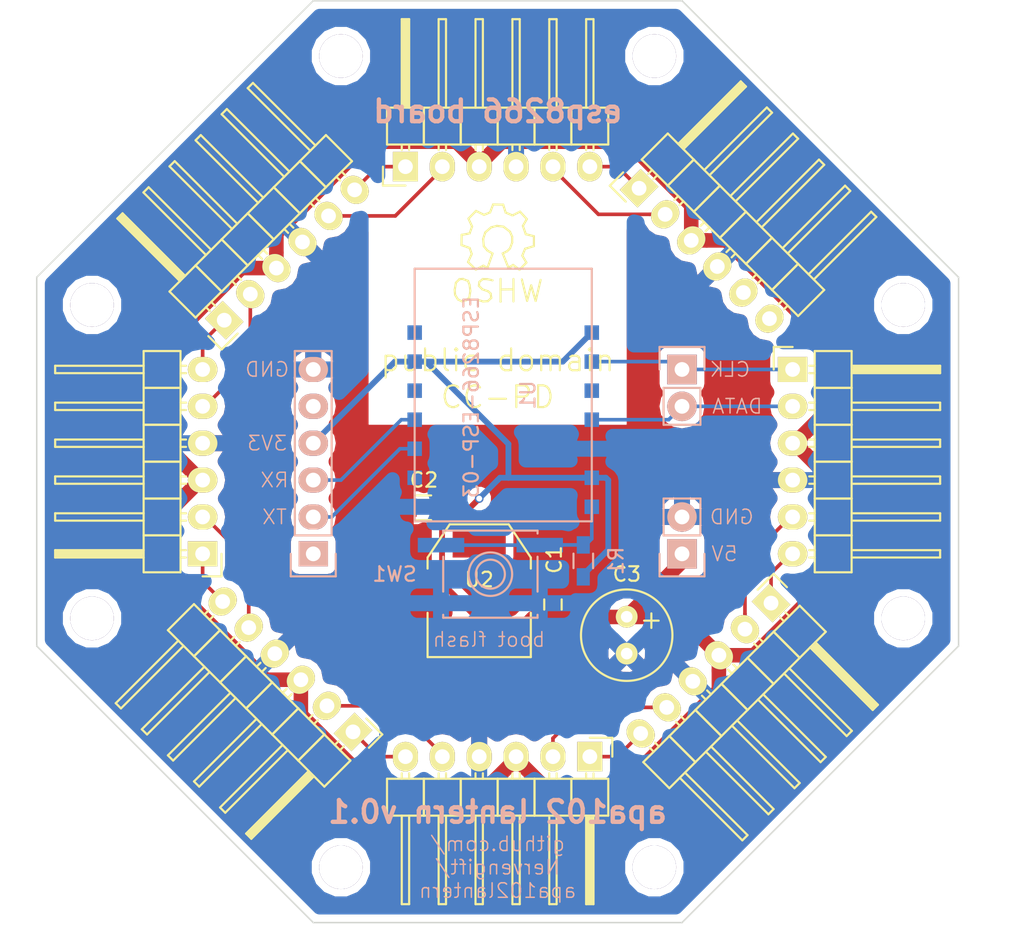
<source format=kicad_pcb>
(kicad_pcb (version 4) (host pcbnew "(2015-09-28 BZR 6225)-product")

  (general
    (links 57)
    (no_connects 0)
    (area 130.671474 62.1845 201.530046 129.16626)
    (thickness 1.6)
    (drawings 22)
    (tracks 138)
    (zones 0)
    (modules 27)
    (nets 30)
  )

  (page A4)
  (title_block
    (title "apa102 lantern esp8266 board")
    (rev 0.1)
  )

  (layers
    (0 F.Cu signal)
    (31 B.Cu signal)
    (32 B.Adhes user)
    (33 F.Adhes user)
    (34 B.Paste user)
    (35 F.Paste user)
    (36 B.SilkS user)
    (37 F.SilkS user)
    (38 B.Mask user hide)
    (39 F.Mask user)
    (40 Dwgs.User user hide)
    (41 Cmts.User user)
    (42 Eco1.User user)
    (43 Eco2.User user)
    (44 Edge.Cuts user)
    (45 Margin user)
    (46 B.CrtYd user)
    (47 F.CrtYd user)
    (48 B.Fab user)
    (49 F.Fab user)
  )

  (setup
    (last_trace_width 0.25)
    (trace_clearance 0.2)
    (zone_clearance 0.508)
    (zone_45_only yes)
    (trace_min 0.2)
    (segment_width 0.2)
    (edge_width 0.1)
    (via_size 0.6)
    (via_drill 0.4)
    (via_min_size 0.4)
    (via_min_drill 0.3)
    (uvia_size 0.3)
    (uvia_drill 0.1)
    (uvias_allowed no)
    (uvia_min_size 0.2)
    (uvia_min_drill 0.1)
    (pcb_text_width 0.3)
    (pcb_text_size 1.5 1.5)
    (mod_edge_width 0.15)
    (mod_text_size 1 1)
    (mod_text_width 0.15)
    (pad_size 1.5 1.5)
    (pad_drill 0.6)
    (pad_to_mask_clearance 0)
    (aux_axis_origin 0 0)
    (visible_elements FFFFFF7F)
    (pcbplotparams
      (layerselection 0x010f0_80000001)
      (usegerberextensions true)
      (excludeedgelayer true)
      (linewidth 0.020000)
      (plotframeref false)
      (viasonmask false)
      (mode 1)
      (useauxorigin false)
      (hpglpennumber 1)
      (hpglpenspeed 20)
      (hpglpendiameter 15)
      (hpglpenoverlay 2)
      (psnegative false)
      (psa4output false)
      (plotreference true)
      (plotvalue false)
      (plotinvisibletext false)
      (padsonsilk false)
      (subtractmaskfromsilk false)
      (outputformat 1)
      (mirror false)
      (drillshape 0)
      (scaleselection 1)
      (outputdirectory ""))
  )

  (net 0 "")
  (net 1 VCC)
  (net 2 GND)
  (net 3 +3V3)
  (net 4 "Net-(P2-Pad1)")
  (net 5 /TX)
  (net 6 /RX)
  (net 7 "Net-(P2-Pad5)")
  (net 8 "Net-(P3-Pad5)")
  (net 9 "Net-(P3-Pad6)")
  (net 10 "Net-(P4-Pad5)")
  (net 11 "Net-(P4-Pad6)")
  (net 12 "Net-(P5-Pad5)")
  (net 13 "Net-(P5-Pad6)")
  (net 14 "Net-(P6-Pad5)")
  (net 15 "Net-(P6-Pad6)")
  (net 16 "Net-(P7-Pad5)")
  (net 17 "Net-(P7-Pad6)")
  (net 18 "Net-(P8-Pad5)")
  (net 19 "Net-(P8-Pad6)")
  (net 20 "Net-(R5-Pad1)")
  (net 21 "Net-(U1-Pad10)")
  (net 22 "Net-(U1-Pad5)")
  (net 23 "Net-(U1-Pad7)")
  (net 24 "Net-(P10-Pad2)")
  (net 25 "Net-(P10-Pad1)")
  (net 26 "Net-(P10-Pad5)")
  (net 27 "Net-(P10-Pad6)")
  (net 28 /CLK)
  (net 29 /MOSI)

  (net_class Default "Dies ist die voreingestellte Netzklasse."
    (clearance 0.2)
    (trace_width 0.25)
    (via_dia 0.6)
    (via_drill 0.4)
    (uvia_dia 0.3)
    (uvia_drill 0.1)
    (add_net /CLK)
    (add_net /MOSI)
    (add_net /RX)
    (add_net /TX)
    (add_net "Net-(P10-Pad1)")
    (add_net "Net-(P10-Pad2)")
    (add_net "Net-(P10-Pad5)")
    (add_net "Net-(P10-Pad6)")
    (add_net "Net-(P2-Pad1)")
    (add_net "Net-(P2-Pad5)")
    (add_net "Net-(P3-Pad5)")
    (add_net "Net-(P3-Pad6)")
    (add_net "Net-(P4-Pad5)")
    (add_net "Net-(P4-Pad6)")
    (add_net "Net-(P5-Pad5)")
    (add_net "Net-(P5-Pad6)")
    (add_net "Net-(P6-Pad5)")
    (add_net "Net-(P6-Pad6)")
    (add_net "Net-(P7-Pad5)")
    (add_net "Net-(P7-Pad6)")
    (add_net "Net-(P8-Pad5)")
    (add_net "Net-(P8-Pad6)")
    (add_net "Net-(R5-Pad1)")
    (add_net "Net-(U1-Pad10)")
    (add_net "Net-(U1-Pad5)")
    (add_net "Net-(U1-Pad7)")
  )

  (net_class 3v3 ""
    (clearance 0.2)
    (trace_width 0.4)
    (via_dia 0.6)
    (via_drill 0.4)
    (uvia_dia 0.3)
    (uvia_drill 0.1)
    (add_net +3V3)
  )

  (net_class vcc ""
    (clearance 0.2)
    (trace_width 1)
    (via_dia 0.6)
    (via_drill 0.4)
    (uvia_dia 0.3)
    (uvia_drill 0.1)
    (add_net GND)
    (add_net VCC)
  )

  (module Mounting_Holes:MountingHole_3mm (layer F.Cu) (tedit 560EE031) (tstamp 560EDF89)
    (at 175.895 67.31)
    (descr "Mounting hole, Befestigungsbohrung, 3mm, No Annular, Kein Restring,")
    (tags "Mounting hole, Befestigungsbohrung, 3mm, No Annular, Kein Restring,")
    (fp_text reference REF** (at 0 -4.0005) (layer F.SilkS) hide
      (effects (font (size 1 1) (thickness 0.15)))
    )
    (fp_text value MountingHole_3mm (at 1.00076 5.00126) (layer F.Fab)
      (effects (font (size 1 1) (thickness 0.15)))
    )
    (fp_circle (center 0 0) (end 3 0) (layer Cmts.User) (width 0.381))
    (pad 1 thru_hole circle (at 0 0) (size 3 3) (drill 3) (layers))
  )

  (module Mounting_Holes:MountingHole_3mm (layer F.Cu) (tedit 560EE028) (tstamp 560EDF84)
    (at 154.305 67.31)
    (descr "Mounting hole, Befestigungsbohrung, 3mm, No Annular, Kein Restring,")
    (tags "Mounting hole, Befestigungsbohrung, 3mm, No Annular, Kein Restring,")
    (fp_text reference REF** (at 0 -4.0005) (layer F.SilkS) hide
      (effects (font (size 1 1) (thickness 0.15)))
    )
    (fp_text value MountingHole_3mm (at 1.00076 5.00126) (layer F.Fab)
      (effects (font (size 1 1) (thickness 0.15)))
    )
    (fp_circle (center 0 0) (end 3 0) (layer Cmts.User) (width 0.381))
    (pad 1 thru_hole circle (at 0 0) (size 3 3) (drill 3) (layers))
  )

  (module Mounting_Holes:MountingHole_3mm (layer F.Cu) (tedit 560EE012) (tstamp 560EDF6F)
    (at 137.16 106.045)
    (descr "Mounting hole, Befestigungsbohrung, 3mm, No Annular, Kein Restring,")
    (tags "Mounting hole, Befestigungsbohrung, 3mm, No Annular, Kein Restring,")
    (fp_text reference REF** (at 0 -4.0005) (layer F.SilkS) hide
      (effects (font (size 1 1) (thickness 0.15)))
    )
    (fp_text value MountingHole_3mm (at 1.00076 5.00126) (layer F.Fab)
      (effects (font (size 1 1) (thickness 0.15)))
    )
    (fp_circle (center 0 0) (end 3 0) (layer Cmts.User) (width 0.381))
    (pad 1 thru_hole circle (at 0 0) (size 3 3) (drill 3) (layers))
  )

  (module Mounting_Holes:MountingHole_3mm (layer F.Cu) (tedit 560EE01D) (tstamp 560EDF6A)
    (at 137.16 84.455)
    (descr "Mounting hole, Befestigungsbohrung, 3mm, No Annular, Kein Restring,")
    (tags "Mounting hole, Befestigungsbohrung, 3mm, No Annular, Kein Restring,")
    (fp_text reference REF** (at 0 -4.0005) (layer F.SilkS) hide
      (effects (font (size 1 1) (thickness 0.15)))
    )
    (fp_text value MountingHole_3mm (at 1.00076 5.00126) (layer F.Fab)
      (effects (font (size 1 1) (thickness 0.15)))
    )
    (fp_circle (center 0 0) (end 3 0) (layer Cmts.User) (width 0.381))
    (pad 1 thru_hole circle (at 0 0) (size 3 3) (drill 3) (layers))
  )

  (module Mounting_Holes:MountingHole_3mm (layer F.Cu) (tedit 560EE03C) (tstamp 560EDF3B)
    (at 193.04 84.455)
    (descr "Mounting hole, Befestigungsbohrung, 3mm, No Annular, Kein Restring,")
    (tags "Mounting hole, Befestigungsbohrung, 3mm, No Annular, Kein Restring,")
    (fp_text reference REF** (at 0 -4.0005) (layer F.SilkS) hide
      (effects (font (size 1 1) (thickness 0.15)))
    )
    (fp_text value MountingHole_3mm (at 1.00076 5.00126) (layer F.Fab)
      (effects (font (size 1 1) (thickness 0.15)))
    )
    (fp_circle (center 0 0) (end 3 0) (layer Cmts.User) (width 0.381))
    (pad 1 thru_hole circle (at 0 0) (size 3 3) (drill 3) (layers))
  )

  (module Mounting_Holes:MountingHole_3mm (layer F.Cu) (tedit 560EE049) (tstamp 560EDF24)
    (at 193.04 106.045)
    (descr "Mounting hole, Befestigungsbohrung, 3mm, No Annular, Kein Restring,")
    (tags "Mounting hole, Befestigungsbohrung, 3mm, No Annular, Kein Restring,")
    (fp_text reference REF** (at 0 -4.0005) (layer F.SilkS) hide
      (effects (font (size 1 1) (thickness 0.15)))
    )
    (fp_text value MountingHole_3mm (at 1.00076 5.00126) (layer F.Fab)
      (effects (font (size 1 1) (thickness 0.15)))
    )
    (fp_circle (center 0 0) (end 3 0) (layer Cmts.User) (width 0.381))
    (pad 1 thru_hole circle (at 0 0) (size 3 3) (drill 3) (layers))
  )

  (module Mounting_Holes:MountingHole_3mm (layer F.Cu) (tedit 560EE05A) (tstamp 560EDF1E)
    (at 154.305 123.19)
    (descr "Mounting hole, Befestigungsbohrung, 3mm, No Annular, Kein Restring,")
    (tags "Mounting hole, Befestigungsbohrung, 3mm, No Annular, Kein Restring,")
    (fp_text reference REF** (at 0 -4.0005) (layer F.SilkS) hide
      (effects (font (size 1 1) (thickness 0.15)))
    )
    (fp_text value MountingHole_3mm (at 1.00076 5.00126) (layer F.Fab)
      (effects (font (size 1 1) (thickness 0.15)))
    )
    (fp_circle (center 0 0) (end 3 0) (layer Cmts.User) (width 0.381))
    (pad 1 thru_hole circle (at 0 0) (size 3 3) (drill 3) (layers))
  )

  (module Capacitors_SMD:C_0603_HandSoldering (layer F.Cu) (tedit 541A9B4D) (tstamp 560C5473)
    (at 168.91 105.09 90)
    (descr "Capacitor SMD 0603, hand soldering")
    (tags "capacitor 0603")
    (path /560CA788)
    (attr smd)
    (fp_text reference C1 (at 3.09 0.09 90) (layer F.SilkS)
      (effects (font (size 1 1) (thickness 0.15)))
    )
    (fp_text value 100n (at 0 1.9 90) (layer F.Fab)
      (effects (font (size 1 1) (thickness 0.15)))
    )
    (fp_line (start -1.85 -0.75) (end 1.85 -0.75) (layer F.CrtYd) (width 0.05))
    (fp_line (start -1.85 0.75) (end 1.85 0.75) (layer F.CrtYd) (width 0.05))
    (fp_line (start -1.85 -0.75) (end -1.85 0.75) (layer F.CrtYd) (width 0.05))
    (fp_line (start 1.85 -0.75) (end 1.85 0.75) (layer F.CrtYd) (width 0.05))
    (fp_line (start -0.35 -0.6) (end 0.35 -0.6) (layer F.SilkS) (width 0.15))
    (fp_line (start 0.35 0.6) (end -0.35 0.6) (layer F.SilkS) (width 0.15))
    (pad 1 smd rect (at -0.95 0 90) (size 1.2 0.75) (layers F.Cu F.Paste F.Mask)
      (net 1 VCC))
    (pad 2 smd rect (at 0.95 0 90) (size 1.2 0.75) (layers F.Cu F.Paste F.Mask)
      (net 2 GND))
    (model Capacitors_SMD.3dshapes/C_0603_HandSoldering.wrl
      (at (xyz 0 0 0))
      (scale (xyz 1 1 1))
      (rotate (xyz 0 0 0))
    )
  )

  (module Pin_Headers:Pin_Header_Angled_1x06 (layer F.Cu) (tedit 560EEC60) (tstamp 560C69E0)
    (at 174.842898 76.417898 45)
    (descr "Through hole pin header")
    (tags "pin header")
    (path /560D9EEC)
    (fp_text reference P10 (at 0 -5.1 45) (layer F.SilkS) hide
      (effects (font (size 1 1) (thickness 0.15)))
    )
    (fp_text value CONN_01X06 (at 0 -3.1 45) (layer F.Fab)
      (effects (font (size 1 1) (thickness 0.15)))
    )
    (fp_line (start -1.5 -1.75) (end -1.5 14.45) (layer F.CrtYd) (width 0.05))
    (fp_line (start 10.65 -1.75) (end 10.65 14.45) (layer F.CrtYd) (width 0.05))
    (fp_line (start -1.5 -1.75) (end 10.65 -1.75) (layer F.CrtYd) (width 0.05))
    (fp_line (start -1.5 14.45) (end 10.65 14.45) (layer F.CrtYd) (width 0.05))
    (fp_line (start -1.3 -1.55) (end -1.3 0) (layer F.SilkS) (width 0.15))
    (fp_line (start 0 -1.55) (end -1.3 -1.55) (layer F.SilkS) (width 0.15))
    (fp_line (start 4.191 -0.127) (end 10.033 -0.127) (layer F.SilkS) (width 0.15))
    (fp_line (start 10.033 -0.127) (end 10.033 0.127) (layer F.SilkS) (width 0.15))
    (fp_line (start 10.033 0.127) (end 4.191 0.127) (layer F.SilkS) (width 0.15))
    (fp_line (start 4.191 0.127) (end 4.191 0) (layer F.SilkS) (width 0.15))
    (fp_line (start 4.191 0) (end 10.033 0) (layer F.SilkS) (width 0.15))
    (fp_line (start 1.524 -0.254) (end 1.143 -0.254) (layer F.SilkS) (width 0.15))
    (fp_line (start 1.524 0.254) (end 1.143 0.254) (layer F.SilkS) (width 0.15))
    (fp_line (start 1.524 2.286) (end 1.143 2.286) (layer F.SilkS) (width 0.15))
    (fp_line (start 1.524 2.794) (end 1.143 2.794) (layer F.SilkS) (width 0.15))
    (fp_line (start 1.524 4.826) (end 1.143 4.826) (layer F.SilkS) (width 0.15))
    (fp_line (start 1.524 5.334) (end 1.143 5.334) (layer F.SilkS) (width 0.15))
    (fp_line (start 1.524 12.954) (end 1.143 12.954) (layer F.SilkS) (width 0.15))
    (fp_line (start 1.524 12.446) (end 1.143 12.446) (layer F.SilkS) (width 0.15))
    (fp_line (start 1.524 10.414) (end 1.143 10.414) (layer F.SilkS) (width 0.15))
    (fp_line (start 1.524 9.906) (end 1.143 9.906) (layer F.SilkS) (width 0.15))
    (fp_line (start 1.524 7.874) (end 1.143 7.874) (layer F.SilkS) (width 0.15))
    (fp_line (start 1.524 7.366) (end 1.143 7.366) (layer F.SilkS) (width 0.15))
    (fp_line (start 1.524 -1.27) (end 4.064 -1.27) (layer F.SilkS) (width 0.15))
    (fp_line (start 1.524 1.27) (end 4.064 1.27) (layer F.SilkS) (width 0.15))
    (fp_line (start 1.524 1.27) (end 1.524 3.81) (layer F.SilkS) (width 0.15))
    (fp_line (start 1.524 3.81) (end 4.064 3.81) (layer F.SilkS) (width 0.15))
    (fp_line (start 4.064 2.286) (end 10.16 2.286) (layer F.SilkS) (width 0.15))
    (fp_line (start 10.16 2.286) (end 10.16 2.794) (layer F.SilkS) (width 0.15))
    (fp_line (start 10.16 2.794) (end 4.064 2.794) (layer F.SilkS) (width 0.15))
    (fp_line (start 4.064 3.81) (end 4.064 1.27) (layer F.SilkS) (width 0.15))
    (fp_line (start 4.064 1.27) (end 4.064 -1.27) (layer F.SilkS) (width 0.15))
    (fp_line (start 10.16 0.254) (end 4.064 0.254) (layer F.SilkS) (width 0.15))
    (fp_line (start 10.16 -0.254) (end 10.16 0.254) (layer F.SilkS) (width 0.15))
    (fp_line (start 4.064 -0.254) (end 10.16 -0.254) (layer F.SilkS) (width 0.15))
    (fp_line (start 1.524 1.27) (end 4.064 1.27) (layer F.SilkS) (width 0.15))
    (fp_line (start 1.524 -1.27) (end 1.524 1.27) (layer F.SilkS) (width 0.15))
    (fp_line (start 1.524 8.89) (end 4.064 8.89) (layer F.SilkS) (width 0.15))
    (fp_line (start 1.524 8.89) (end 1.524 11.43) (layer F.SilkS) (width 0.15))
    (fp_line (start 1.524 11.43) (end 4.064 11.43) (layer F.SilkS) (width 0.15))
    (fp_line (start 4.064 9.906) (end 10.16 9.906) (layer F.SilkS) (width 0.15))
    (fp_line (start 10.16 9.906) (end 10.16 10.414) (layer F.SilkS) (width 0.15))
    (fp_line (start 10.16 10.414) (end 4.064 10.414) (layer F.SilkS) (width 0.15))
    (fp_line (start 4.064 11.43) (end 4.064 8.89) (layer F.SilkS) (width 0.15))
    (fp_line (start 4.064 13.97) (end 4.064 11.43) (layer F.SilkS) (width 0.15))
    (fp_line (start 10.16 12.954) (end 4.064 12.954) (layer F.SilkS) (width 0.15))
    (fp_line (start 10.16 12.446) (end 10.16 12.954) (layer F.SilkS) (width 0.15))
    (fp_line (start 4.064 12.446) (end 10.16 12.446) (layer F.SilkS) (width 0.15))
    (fp_line (start 1.524 13.97) (end 4.064 13.97) (layer F.SilkS) (width 0.15))
    (fp_line (start 1.524 11.43) (end 1.524 13.97) (layer F.SilkS) (width 0.15))
    (fp_line (start 1.524 11.43) (end 4.064 11.43) (layer F.SilkS) (width 0.15))
    (fp_line (start 1.524 6.35) (end 4.064 6.35) (layer F.SilkS) (width 0.15))
    (fp_line (start 1.524 6.35) (end 1.524 8.89) (layer F.SilkS) (width 0.15))
    (fp_line (start 1.524 8.89) (end 4.064 8.89) (layer F.SilkS) (width 0.15))
    (fp_line (start 4.064 7.366) (end 10.16 7.366) (layer F.SilkS) (width 0.15))
    (fp_line (start 10.16 7.366) (end 10.16 7.874) (layer F.SilkS) (width 0.15))
    (fp_line (start 10.16 7.874) (end 4.064 7.874) (layer F.SilkS) (width 0.15))
    (fp_line (start 4.064 8.89) (end 4.064 6.35) (layer F.SilkS) (width 0.15))
    (fp_line (start 4.064 6.35) (end 4.064 3.81) (layer F.SilkS) (width 0.15))
    (fp_line (start 10.16 5.334) (end 4.064 5.334) (layer F.SilkS) (width 0.15))
    (fp_line (start 10.16 4.826) (end 10.16 5.334) (layer F.SilkS) (width 0.15))
    (fp_line (start 4.064 4.826) (end 10.16 4.826) (layer F.SilkS) (width 0.15))
    (fp_line (start 1.524 6.35) (end 4.064 6.35) (layer F.SilkS) (width 0.15))
    (fp_line (start 1.524 3.81) (end 1.524 6.35) (layer F.SilkS) (width 0.15))
    (fp_line (start 1.524 3.81) (end 4.064 3.81) (layer F.SilkS) (width 0.15))
    (pad 1 thru_hole rect (at 0 0 45) (size 2.032 1.7272) (drill 1.016) (layers *.Cu *.Mask F.SilkS)
      (net 25 "Net-(P10-Pad1)"))
    (pad 2 thru_hole oval (at 0 2.54 45) (size 2.032 1.7272) (drill 1.016) (layers *.Cu *.Mask F.SilkS)
      (net 24 "Net-(P10-Pad2)"))
    (pad 3 thru_hole oval (at 0 5.08 45) (size 2.032 1.7272) (drill 1.016) (layers *.Cu *.Mask F.SilkS)
      (net 1 VCC))
    (pad 4 thru_hole oval (at 0 7.62 45) (size 2.032 1.7272) (drill 1.016) (layers *.Cu *.Mask F.SilkS)
      (net 2 GND))
    (pad 5 thru_hole oval (at 0 10.16 45) (size 2.032 1.7272) (drill 1.016) (layers *.Cu *.Mask F.SilkS)
      (net 26 "Net-(P10-Pad5)"))
    (pad 6 thru_hole oval (at 0 12.7 45) (size 2.032 1.7272) (drill 1.016) (layers *.Cu *.Mask F.SilkS)
      (net 27 "Net-(P10-Pad6)"))
    (model Pin_Headers.3dshapes/Pin_Header_Angled_1x06.wrl
      (at (xyz 0 -0.25 0))
      (scale (xyz 1 1 1))
      (rotate (xyz 0 0 90))
    )
  )

  (module Pin_Headers:Pin_Header_Angled_1x06 (layer F.Cu) (tedit 560EEC4B) (tstamp 560C5526)
    (at 185.42 88.9)
    (descr "Through hole pin header")
    (tags "pin header")
    (path /560BB5C0)
    (fp_text reference P3 (at 0 -5.1) (layer F.SilkS) hide
      (effects (font (size 1 1) (thickness 0.15)))
    )
    (fp_text value CONN_01X06 (at 0 -3.1) (layer F.Fab)
      (effects (font (size 1 1) (thickness 0.15)))
    )
    (fp_line (start -1.5 -1.75) (end -1.5 14.45) (layer F.CrtYd) (width 0.05))
    (fp_line (start 10.65 -1.75) (end 10.65 14.45) (layer F.CrtYd) (width 0.05))
    (fp_line (start -1.5 -1.75) (end 10.65 -1.75) (layer F.CrtYd) (width 0.05))
    (fp_line (start -1.5 14.45) (end 10.65 14.45) (layer F.CrtYd) (width 0.05))
    (fp_line (start -1.3 -1.55) (end -1.3 0) (layer F.SilkS) (width 0.15))
    (fp_line (start 0 -1.55) (end -1.3 -1.55) (layer F.SilkS) (width 0.15))
    (fp_line (start 4.191 -0.127) (end 10.033 -0.127) (layer F.SilkS) (width 0.15))
    (fp_line (start 10.033 -0.127) (end 10.033 0.127) (layer F.SilkS) (width 0.15))
    (fp_line (start 10.033 0.127) (end 4.191 0.127) (layer F.SilkS) (width 0.15))
    (fp_line (start 4.191 0.127) (end 4.191 0) (layer F.SilkS) (width 0.15))
    (fp_line (start 4.191 0) (end 10.033 0) (layer F.SilkS) (width 0.15))
    (fp_line (start 1.524 -0.254) (end 1.143 -0.254) (layer F.SilkS) (width 0.15))
    (fp_line (start 1.524 0.254) (end 1.143 0.254) (layer F.SilkS) (width 0.15))
    (fp_line (start 1.524 2.286) (end 1.143 2.286) (layer F.SilkS) (width 0.15))
    (fp_line (start 1.524 2.794) (end 1.143 2.794) (layer F.SilkS) (width 0.15))
    (fp_line (start 1.524 4.826) (end 1.143 4.826) (layer F.SilkS) (width 0.15))
    (fp_line (start 1.524 5.334) (end 1.143 5.334) (layer F.SilkS) (width 0.15))
    (fp_line (start 1.524 12.954) (end 1.143 12.954) (layer F.SilkS) (width 0.15))
    (fp_line (start 1.524 12.446) (end 1.143 12.446) (layer F.SilkS) (width 0.15))
    (fp_line (start 1.524 10.414) (end 1.143 10.414) (layer F.SilkS) (width 0.15))
    (fp_line (start 1.524 9.906) (end 1.143 9.906) (layer F.SilkS) (width 0.15))
    (fp_line (start 1.524 7.874) (end 1.143 7.874) (layer F.SilkS) (width 0.15))
    (fp_line (start 1.524 7.366) (end 1.143 7.366) (layer F.SilkS) (width 0.15))
    (fp_line (start 1.524 -1.27) (end 4.064 -1.27) (layer F.SilkS) (width 0.15))
    (fp_line (start 1.524 1.27) (end 4.064 1.27) (layer F.SilkS) (width 0.15))
    (fp_line (start 1.524 1.27) (end 1.524 3.81) (layer F.SilkS) (width 0.15))
    (fp_line (start 1.524 3.81) (end 4.064 3.81) (layer F.SilkS) (width 0.15))
    (fp_line (start 4.064 2.286) (end 10.16 2.286) (layer F.SilkS) (width 0.15))
    (fp_line (start 10.16 2.286) (end 10.16 2.794) (layer F.SilkS) (width 0.15))
    (fp_line (start 10.16 2.794) (end 4.064 2.794) (layer F.SilkS) (width 0.15))
    (fp_line (start 4.064 3.81) (end 4.064 1.27) (layer F.SilkS) (width 0.15))
    (fp_line (start 4.064 1.27) (end 4.064 -1.27) (layer F.SilkS) (width 0.15))
    (fp_line (start 10.16 0.254) (end 4.064 0.254) (layer F.SilkS) (width 0.15))
    (fp_line (start 10.16 -0.254) (end 10.16 0.254) (layer F.SilkS) (width 0.15))
    (fp_line (start 4.064 -0.254) (end 10.16 -0.254) (layer F.SilkS) (width 0.15))
    (fp_line (start 1.524 1.27) (end 4.064 1.27) (layer F.SilkS) (width 0.15))
    (fp_line (start 1.524 -1.27) (end 1.524 1.27) (layer F.SilkS) (width 0.15))
    (fp_line (start 1.524 8.89) (end 4.064 8.89) (layer F.SilkS) (width 0.15))
    (fp_line (start 1.524 8.89) (end 1.524 11.43) (layer F.SilkS) (width 0.15))
    (fp_line (start 1.524 11.43) (end 4.064 11.43) (layer F.SilkS) (width 0.15))
    (fp_line (start 4.064 9.906) (end 10.16 9.906) (layer F.SilkS) (width 0.15))
    (fp_line (start 10.16 9.906) (end 10.16 10.414) (layer F.SilkS) (width 0.15))
    (fp_line (start 10.16 10.414) (end 4.064 10.414) (layer F.SilkS) (width 0.15))
    (fp_line (start 4.064 11.43) (end 4.064 8.89) (layer F.SilkS) (width 0.15))
    (fp_line (start 4.064 13.97) (end 4.064 11.43) (layer F.SilkS) (width 0.15))
    (fp_line (start 10.16 12.954) (end 4.064 12.954) (layer F.SilkS) (width 0.15))
    (fp_line (start 10.16 12.446) (end 10.16 12.954) (layer F.SilkS) (width 0.15))
    (fp_line (start 4.064 12.446) (end 10.16 12.446) (layer F.SilkS) (width 0.15))
    (fp_line (start 1.524 13.97) (end 4.064 13.97) (layer F.SilkS) (width 0.15))
    (fp_line (start 1.524 11.43) (end 1.524 13.97) (layer F.SilkS) (width 0.15))
    (fp_line (start 1.524 11.43) (end 4.064 11.43) (layer F.SilkS) (width 0.15))
    (fp_line (start 1.524 6.35) (end 4.064 6.35) (layer F.SilkS) (width 0.15))
    (fp_line (start 1.524 6.35) (end 1.524 8.89) (layer F.SilkS) (width 0.15))
    (fp_line (start 1.524 8.89) (end 4.064 8.89) (layer F.SilkS) (width 0.15))
    (fp_line (start 4.064 7.366) (end 10.16 7.366) (layer F.SilkS) (width 0.15))
    (fp_line (start 10.16 7.366) (end 10.16 7.874) (layer F.SilkS) (width 0.15))
    (fp_line (start 10.16 7.874) (end 4.064 7.874) (layer F.SilkS) (width 0.15))
    (fp_line (start 4.064 8.89) (end 4.064 6.35) (layer F.SilkS) (width 0.15))
    (fp_line (start 4.064 6.35) (end 4.064 3.81) (layer F.SilkS) (width 0.15))
    (fp_line (start 10.16 5.334) (end 4.064 5.334) (layer F.SilkS) (width 0.15))
    (fp_line (start 10.16 4.826) (end 10.16 5.334) (layer F.SilkS) (width 0.15))
    (fp_line (start 4.064 4.826) (end 10.16 4.826) (layer F.SilkS) (width 0.15))
    (fp_line (start 1.524 6.35) (end 4.064 6.35) (layer F.SilkS) (width 0.15))
    (fp_line (start 1.524 3.81) (end 1.524 6.35) (layer F.SilkS) (width 0.15))
    (fp_line (start 1.524 3.81) (end 4.064 3.81) (layer F.SilkS) (width 0.15))
    (pad 1 thru_hole rect (at 0 0) (size 2.032 1.7272) (drill 1.016) (layers *.Cu *.Mask F.SilkS)
      (net 28 /CLK))
    (pad 2 thru_hole oval (at 0 2.54) (size 2.032 1.7272) (drill 1.016) (layers *.Cu *.Mask F.SilkS)
      (net 29 /MOSI))
    (pad 3 thru_hole oval (at 0 5.08) (size 2.032 1.7272) (drill 1.016) (layers *.Cu *.Mask F.SilkS)
      (net 1 VCC))
    (pad 4 thru_hole oval (at 0 7.62) (size 2.032 1.7272) (drill 1.016) (layers *.Cu *.Mask F.SilkS)
      (net 2 GND))
    (pad 5 thru_hole oval (at 0 10.16) (size 2.032 1.7272) (drill 1.016) (layers *.Cu *.Mask F.SilkS)
      (net 8 "Net-(P3-Pad5)"))
    (pad 6 thru_hole oval (at 0 12.7) (size 2.032 1.7272) (drill 1.016) (layers *.Cu *.Mask F.SilkS)
      (net 9 "Net-(P3-Pad6)"))
    (model Pin_Headers.3dshapes/Pin_Header_Angled_1x06.wrl
      (at (xyz 0 -0.25 0))
      (scale (xyz 1 1 1))
      (rotate (xyz 0 0 90))
    )
  )

  (module Pin_Headers:Pin_Header_Angled_1x06 (layer F.Cu) (tedit 560EEC56) (tstamp 560C5571)
    (at 183.932102 104.992898 315)
    (descr "Through hole pin header")
    (tags "pin header")
    (path /560BB606)
    (fp_text reference P4 (at 0 -5.1 315) (layer F.SilkS) hide
      (effects (font (size 1 1) (thickness 0.15)))
    )
    (fp_text value CONN_01X06 (at 0 -3.1 315) (layer F.Fab)
      (effects (font (size 1 1) (thickness 0.15)))
    )
    (fp_line (start -1.5 -1.75) (end -1.5 14.45) (layer F.CrtYd) (width 0.05))
    (fp_line (start 10.65 -1.75) (end 10.65 14.45) (layer F.CrtYd) (width 0.05))
    (fp_line (start -1.5 -1.75) (end 10.65 -1.75) (layer F.CrtYd) (width 0.05))
    (fp_line (start -1.5 14.45) (end 10.65 14.45) (layer F.CrtYd) (width 0.05))
    (fp_line (start -1.3 -1.55) (end -1.3 0) (layer F.SilkS) (width 0.15))
    (fp_line (start 0 -1.55) (end -1.3 -1.55) (layer F.SilkS) (width 0.15))
    (fp_line (start 4.191 -0.127) (end 10.033 -0.127) (layer F.SilkS) (width 0.15))
    (fp_line (start 10.033 -0.127) (end 10.033 0.127) (layer F.SilkS) (width 0.15))
    (fp_line (start 10.033 0.127) (end 4.191 0.127) (layer F.SilkS) (width 0.15))
    (fp_line (start 4.191 0.127) (end 4.191 0) (layer F.SilkS) (width 0.15))
    (fp_line (start 4.191 0) (end 10.033 0) (layer F.SilkS) (width 0.15))
    (fp_line (start 1.524 -0.254) (end 1.143 -0.254) (layer F.SilkS) (width 0.15))
    (fp_line (start 1.524 0.254) (end 1.143 0.254) (layer F.SilkS) (width 0.15))
    (fp_line (start 1.524 2.286) (end 1.143 2.286) (layer F.SilkS) (width 0.15))
    (fp_line (start 1.524 2.794) (end 1.143 2.794) (layer F.SilkS) (width 0.15))
    (fp_line (start 1.524 4.826) (end 1.143 4.826) (layer F.SilkS) (width 0.15))
    (fp_line (start 1.524 5.334) (end 1.143 5.334) (layer F.SilkS) (width 0.15))
    (fp_line (start 1.524 12.954) (end 1.143 12.954) (layer F.SilkS) (width 0.15))
    (fp_line (start 1.524 12.446) (end 1.143 12.446) (layer F.SilkS) (width 0.15))
    (fp_line (start 1.524 10.414) (end 1.143 10.414) (layer F.SilkS) (width 0.15))
    (fp_line (start 1.524 9.906) (end 1.143 9.906) (layer F.SilkS) (width 0.15))
    (fp_line (start 1.524 7.874) (end 1.143 7.874) (layer F.SilkS) (width 0.15))
    (fp_line (start 1.524 7.366) (end 1.143 7.366) (layer F.SilkS) (width 0.15))
    (fp_line (start 1.524 -1.27) (end 4.064 -1.27) (layer F.SilkS) (width 0.15))
    (fp_line (start 1.524 1.27) (end 4.064 1.27) (layer F.SilkS) (width 0.15))
    (fp_line (start 1.524 1.27) (end 1.524 3.81) (layer F.SilkS) (width 0.15))
    (fp_line (start 1.524 3.81) (end 4.064 3.81) (layer F.SilkS) (width 0.15))
    (fp_line (start 4.064 2.286) (end 10.16 2.286) (layer F.SilkS) (width 0.15))
    (fp_line (start 10.16 2.286) (end 10.16 2.794) (layer F.SilkS) (width 0.15))
    (fp_line (start 10.16 2.794) (end 4.064 2.794) (layer F.SilkS) (width 0.15))
    (fp_line (start 4.064 3.81) (end 4.064 1.27) (layer F.SilkS) (width 0.15))
    (fp_line (start 4.064 1.27) (end 4.064 -1.27) (layer F.SilkS) (width 0.15))
    (fp_line (start 10.16 0.254) (end 4.064 0.254) (layer F.SilkS) (width 0.15))
    (fp_line (start 10.16 -0.254) (end 10.16 0.254) (layer F.SilkS) (width 0.15))
    (fp_line (start 4.064 -0.254) (end 10.16 -0.254) (layer F.SilkS) (width 0.15))
    (fp_line (start 1.524 1.27) (end 4.064 1.27) (layer F.SilkS) (width 0.15))
    (fp_line (start 1.524 -1.27) (end 1.524 1.27) (layer F.SilkS) (width 0.15))
    (fp_line (start 1.524 8.89) (end 4.064 8.89) (layer F.SilkS) (width 0.15))
    (fp_line (start 1.524 8.89) (end 1.524 11.43) (layer F.SilkS) (width 0.15))
    (fp_line (start 1.524 11.43) (end 4.064 11.43) (layer F.SilkS) (width 0.15))
    (fp_line (start 4.064 9.906) (end 10.16 9.906) (layer F.SilkS) (width 0.15))
    (fp_line (start 10.16 9.906) (end 10.16 10.414) (layer F.SilkS) (width 0.15))
    (fp_line (start 10.16 10.414) (end 4.064 10.414) (layer F.SilkS) (width 0.15))
    (fp_line (start 4.064 11.43) (end 4.064 8.89) (layer F.SilkS) (width 0.15))
    (fp_line (start 4.064 13.97) (end 4.064 11.43) (layer F.SilkS) (width 0.15))
    (fp_line (start 10.16 12.954) (end 4.064 12.954) (layer F.SilkS) (width 0.15))
    (fp_line (start 10.16 12.446) (end 10.16 12.954) (layer F.SilkS) (width 0.15))
    (fp_line (start 4.064 12.446) (end 10.16 12.446) (layer F.SilkS) (width 0.15))
    (fp_line (start 1.524 13.97) (end 4.064 13.97) (layer F.SilkS) (width 0.15))
    (fp_line (start 1.524 11.43) (end 1.524 13.97) (layer F.SilkS) (width 0.15))
    (fp_line (start 1.524 11.43) (end 4.064 11.43) (layer F.SilkS) (width 0.15))
    (fp_line (start 1.524 6.35) (end 4.064 6.35) (layer F.SilkS) (width 0.15))
    (fp_line (start 1.524 6.35) (end 1.524 8.89) (layer F.SilkS) (width 0.15))
    (fp_line (start 1.524 8.89) (end 4.064 8.89) (layer F.SilkS) (width 0.15))
    (fp_line (start 4.064 7.366) (end 10.16 7.366) (layer F.SilkS) (width 0.15))
    (fp_line (start 10.16 7.366) (end 10.16 7.874) (layer F.SilkS) (width 0.15))
    (fp_line (start 10.16 7.874) (end 4.064 7.874) (layer F.SilkS) (width 0.15))
    (fp_line (start 4.064 8.89) (end 4.064 6.35) (layer F.SilkS) (width 0.15))
    (fp_line (start 4.064 6.35) (end 4.064 3.81) (layer F.SilkS) (width 0.15))
    (fp_line (start 10.16 5.334) (end 4.064 5.334) (layer F.SilkS) (width 0.15))
    (fp_line (start 10.16 4.826) (end 10.16 5.334) (layer F.SilkS) (width 0.15))
    (fp_line (start 4.064 4.826) (end 10.16 4.826) (layer F.SilkS) (width 0.15))
    (fp_line (start 1.524 6.35) (end 4.064 6.35) (layer F.SilkS) (width 0.15))
    (fp_line (start 1.524 3.81) (end 1.524 6.35) (layer F.SilkS) (width 0.15))
    (fp_line (start 1.524 3.81) (end 4.064 3.81) (layer F.SilkS) (width 0.15))
    (pad 1 thru_hole rect (at 0 0 315) (size 2.032 1.7272) (drill 1.016) (layers *.Cu *.Mask F.SilkS)
      (net 9 "Net-(P3-Pad6)"))
    (pad 2 thru_hole oval (at 0 2.54 315) (size 2.032 1.7272) (drill 1.016) (layers *.Cu *.Mask F.SilkS)
      (net 8 "Net-(P3-Pad5)"))
    (pad 3 thru_hole oval (at 0 5.08 315) (size 2.032 1.7272) (drill 1.016) (layers *.Cu *.Mask F.SilkS)
      (net 1 VCC))
    (pad 4 thru_hole oval (at 0 7.62 315) (size 2.032 1.7272) (drill 1.016) (layers *.Cu *.Mask F.SilkS)
      (net 2 GND))
    (pad 5 thru_hole oval (at 0 10.16 315) (size 2.032 1.7272) (drill 1.016) (layers *.Cu *.Mask F.SilkS)
      (net 10 "Net-(P4-Pad5)"))
    (pad 6 thru_hole oval (at 0 12.7 315) (size 2.032 1.7272) (drill 1.016) (layers *.Cu *.Mask F.SilkS)
      (net 11 "Net-(P4-Pad6)"))
    (model Pin_Headers.3dshapes/Pin_Header_Angled_1x06.wrl
      (at (xyz 0 -0.25 0))
      (scale (xyz 1 1 1))
      (rotate (xyz 0 0 90))
    )
  )

  (module Pin_Headers:Pin_Header_Straight_1x02 (layer B.Cu) (tedit 56141350) (tstamp 560C5490)
    (at 177.8 101.6)
    (descr "Through hole pin header")
    (tags "pin header")
    (path /560CC6CB)
    (fp_text reference P1 (at 0 3.048) (layer B.SilkS) hide
      (effects (font (size 1 1) (thickness 0.15)) (justify mirror))
    )
    (fp_text value CONN_01X02 (at 0 3.1) (layer B.Fab)
      (effects (font (size 1 1) (thickness 0.15)) (justify mirror))
    )
    (fp_line (start 1.27 -1.27) (end 1.27 -3.81) (layer B.SilkS) (width 0.15))
    (fp_line (start 1.55 1.55) (end 1.55 0) (layer B.SilkS) (width 0.15))
    (fp_line (start -1.75 1.75) (end -1.75 -4.3) (layer B.CrtYd) (width 0.05))
    (fp_line (start 1.75 1.75) (end 1.75 -4.3) (layer B.CrtYd) (width 0.05))
    (fp_line (start -1.75 1.75) (end 1.75 1.75) (layer B.CrtYd) (width 0.05))
    (fp_line (start -1.75 -4.3) (end 1.75 -4.3) (layer B.CrtYd) (width 0.05))
    (fp_line (start 1.27 -1.27) (end -1.27 -1.27) (layer B.SilkS) (width 0.15))
    (fp_line (start -1.55 0) (end -1.55 1.55) (layer B.SilkS) (width 0.15))
    (fp_line (start -1.55 1.55) (end 1.55 1.55) (layer B.SilkS) (width 0.15))
    (fp_line (start -1.27 -1.27) (end -1.27 -3.81) (layer B.SilkS) (width 0.15))
    (fp_line (start -1.27 -3.81) (end 1.27 -3.81) (layer B.SilkS) (width 0.15))
    (pad 1 thru_hole rect (at 0 0) (size 2.032 2.032) (drill 1.016) (layers *.Cu *.Mask B.SilkS)
      (net 1 VCC))
    (pad 2 thru_hole oval (at 0 -2.54) (size 2.032 2.032) (drill 1.016) (layers *.Cu *.Mask B.SilkS)
      (net 2 GND))
    (model Pin_Headers.3dshapes/Pin_Header_Straight_1x02.wrl
      (at (xyz 0 -0.05 0))
      (scale (xyz 1 1 1))
      (rotate (xyz 0 0 90))
    )
  )

  (module Pin_Headers:Pin_Header_Angled_1x06 (layer F.Cu) (tedit 560EEC6F) (tstamp 560C55BC)
    (at 171.45 115.57 270)
    (descr "Through hole pin header")
    (tags "pin header")
    (path /560BB651)
    (fp_text reference P5 (at 0 -5.1 270) (layer F.SilkS) hide
      (effects (font (size 1 1) (thickness 0.15)))
    )
    (fp_text value CONN_01X06 (at 0 -3.1 270) (layer F.Fab)
      (effects (font (size 1 1) (thickness 0.15)))
    )
    (fp_line (start -1.5 -1.75) (end -1.5 14.45) (layer F.CrtYd) (width 0.05))
    (fp_line (start 10.65 -1.75) (end 10.65 14.45) (layer F.CrtYd) (width 0.05))
    (fp_line (start -1.5 -1.75) (end 10.65 -1.75) (layer F.CrtYd) (width 0.05))
    (fp_line (start -1.5 14.45) (end 10.65 14.45) (layer F.CrtYd) (width 0.05))
    (fp_line (start -1.3 -1.55) (end -1.3 0) (layer F.SilkS) (width 0.15))
    (fp_line (start 0 -1.55) (end -1.3 -1.55) (layer F.SilkS) (width 0.15))
    (fp_line (start 4.191 -0.127) (end 10.033 -0.127) (layer F.SilkS) (width 0.15))
    (fp_line (start 10.033 -0.127) (end 10.033 0.127) (layer F.SilkS) (width 0.15))
    (fp_line (start 10.033 0.127) (end 4.191 0.127) (layer F.SilkS) (width 0.15))
    (fp_line (start 4.191 0.127) (end 4.191 0) (layer F.SilkS) (width 0.15))
    (fp_line (start 4.191 0) (end 10.033 0) (layer F.SilkS) (width 0.15))
    (fp_line (start 1.524 -0.254) (end 1.143 -0.254) (layer F.SilkS) (width 0.15))
    (fp_line (start 1.524 0.254) (end 1.143 0.254) (layer F.SilkS) (width 0.15))
    (fp_line (start 1.524 2.286) (end 1.143 2.286) (layer F.SilkS) (width 0.15))
    (fp_line (start 1.524 2.794) (end 1.143 2.794) (layer F.SilkS) (width 0.15))
    (fp_line (start 1.524 4.826) (end 1.143 4.826) (layer F.SilkS) (width 0.15))
    (fp_line (start 1.524 5.334) (end 1.143 5.334) (layer F.SilkS) (width 0.15))
    (fp_line (start 1.524 12.954) (end 1.143 12.954) (layer F.SilkS) (width 0.15))
    (fp_line (start 1.524 12.446) (end 1.143 12.446) (layer F.SilkS) (width 0.15))
    (fp_line (start 1.524 10.414) (end 1.143 10.414) (layer F.SilkS) (width 0.15))
    (fp_line (start 1.524 9.906) (end 1.143 9.906) (layer F.SilkS) (width 0.15))
    (fp_line (start 1.524 7.874) (end 1.143 7.874) (layer F.SilkS) (width 0.15))
    (fp_line (start 1.524 7.366) (end 1.143 7.366) (layer F.SilkS) (width 0.15))
    (fp_line (start 1.524 -1.27) (end 4.064 -1.27) (layer F.SilkS) (width 0.15))
    (fp_line (start 1.524 1.27) (end 4.064 1.27) (layer F.SilkS) (width 0.15))
    (fp_line (start 1.524 1.27) (end 1.524 3.81) (layer F.SilkS) (width 0.15))
    (fp_line (start 1.524 3.81) (end 4.064 3.81) (layer F.SilkS) (width 0.15))
    (fp_line (start 4.064 2.286) (end 10.16 2.286) (layer F.SilkS) (width 0.15))
    (fp_line (start 10.16 2.286) (end 10.16 2.794) (layer F.SilkS) (width 0.15))
    (fp_line (start 10.16 2.794) (end 4.064 2.794) (layer F.SilkS) (width 0.15))
    (fp_line (start 4.064 3.81) (end 4.064 1.27) (layer F.SilkS) (width 0.15))
    (fp_line (start 4.064 1.27) (end 4.064 -1.27) (layer F.SilkS) (width 0.15))
    (fp_line (start 10.16 0.254) (end 4.064 0.254) (layer F.SilkS) (width 0.15))
    (fp_line (start 10.16 -0.254) (end 10.16 0.254) (layer F.SilkS) (width 0.15))
    (fp_line (start 4.064 -0.254) (end 10.16 -0.254) (layer F.SilkS) (width 0.15))
    (fp_line (start 1.524 1.27) (end 4.064 1.27) (layer F.SilkS) (width 0.15))
    (fp_line (start 1.524 -1.27) (end 1.524 1.27) (layer F.SilkS) (width 0.15))
    (fp_line (start 1.524 8.89) (end 4.064 8.89) (layer F.SilkS) (width 0.15))
    (fp_line (start 1.524 8.89) (end 1.524 11.43) (layer F.SilkS) (width 0.15))
    (fp_line (start 1.524 11.43) (end 4.064 11.43) (layer F.SilkS) (width 0.15))
    (fp_line (start 4.064 9.906) (end 10.16 9.906) (layer F.SilkS) (width 0.15))
    (fp_line (start 10.16 9.906) (end 10.16 10.414) (layer F.SilkS) (width 0.15))
    (fp_line (start 10.16 10.414) (end 4.064 10.414) (layer F.SilkS) (width 0.15))
    (fp_line (start 4.064 11.43) (end 4.064 8.89) (layer F.SilkS) (width 0.15))
    (fp_line (start 4.064 13.97) (end 4.064 11.43) (layer F.SilkS) (width 0.15))
    (fp_line (start 10.16 12.954) (end 4.064 12.954) (layer F.SilkS) (width 0.15))
    (fp_line (start 10.16 12.446) (end 10.16 12.954) (layer F.SilkS) (width 0.15))
    (fp_line (start 4.064 12.446) (end 10.16 12.446) (layer F.SilkS) (width 0.15))
    (fp_line (start 1.524 13.97) (end 4.064 13.97) (layer F.SilkS) (width 0.15))
    (fp_line (start 1.524 11.43) (end 1.524 13.97) (layer F.SilkS) (width 0.15))
    (fp_line (start 1.524 11.43) (end 4.064 11.43) (layer F.SilkS) (width 0.15))
    (fp_line (start 1.524 6.35) (end 4.064 6.35) (layer F.SilkS) (width 0.15))
    (fp_line (start 1.524 6.35) (end 1.524 8.89) (layer F.SilkS) (width 0.15))
    (fp_line (start 1.524 8.89) (end 4.064 8.89) (layer F.SilkS) (width 0.15))
    (fp_line (start 4.064 7.366) (end 10.16 7.366) (layer F.SilkS) (width 0.15))
    (fp_line (start 10.16 7.366) (end 10.16 7.874) (layer F.SilkS) (width 0.15))
    (fp_line (start 10.16 7.874) (end 4.064 7.874) (layer F.SilkS) (width 0.15))
    (fp_line (start 4.064 8.89) (end 4.064 6.35) (layer F.SilkS) (width 0.15))
    (fp_line (start 4.064 6.35) (end 4.064 3.81) (layer F.SilkS) (width 0.15))
    (fp_line (start 10.16 5.334) (end 4.064 5.334) (layer F.SilkS) (width 0.15))
    (fp_line (start 10.16 4.826) (end 10.16 5.334) (layer F.SilkS) (width 0.15))
    (fp_line (start 4.064 4.826) (end 10.16 4.826) (layer F.SilkS) (width 0.15))
    (fp_line (start 1.524 6.35) (end 4.064 6.35) (layer F.SilkS) (width 0.15))
    (fp_line (start 1.524 3.81) (end 1.524 6.35) (layer F.SilkS) (width 0.15))
    (fp_line (start 1.524 3.81) (end 4.064 3.81) (layer F.SilkS) (width 0.15))
    (pad 1 thru_hole rect (at 0 0 270) (size 2.032 1.7272) (drill 1.016) (layers *.Cu *.Mask F.SilkS)
      (net 11 "Net-(P4-Pad6)"))
    (pad 2 thru_hole oval (at 0 2.54 270) (size 2.032 1.7272) (drill 1.016) (layers *.Cu *.Mask F.SilkS)
      (net 10 "Net-(P4-Pad5)"))
    (pad 3 thru_hole oval (at 0 5.08 270) (size 2.032 1.7272) (drill 1.016) (layers *.Cu *.Mask F.SilkS)
      (net 1 VCC))
    (pad 4 thru_hole oval (at 0 7.62 270) (size 2.032 1.7272) (drill 1.016) (layers *.Cu *.Mask F.SilkS)
      (net 2 GND))
    (pad 5 thru_hole oval (at 0 10.16 270) (size 2.032 1.7272) (drill 1.016) (layers *.Cu *.Mask F.SilkS)
      (net 12 "Net-(P5-Pad5)"))
    (pad 6 thru_hole oval (at 0 12.7 270) (size 2.032 1.7272) (drill 1.016) (layers *.Cu *.Mask F.SilkS)
      (net 13 "Net-(P5-Pad6)"))
    (model Pin_Headers.3dshapes/Pin_Header_Angled_1x06.wrl
      (at (xyz 0 -0.25 0))
      (scale (xyz 1 1 1))
      (rotate (xyz 0 0 90))
    )
  )

  (module Pin_Headers:Pin_Header_Angled_1x06 (layer F.Cu) (tedit 560EEC7E) (tstamp 560C5607)
    (at 155.139205 113.864205 225)
    (descr "Through hole pin header")
    (tags "pin header")
    (path /560BB457)
    (fp_text reference P6 (at 0 -5.1 225) (layer F.SilkS) hide
      (effects (font (size 1 1) (thickness 0.15)))
    )
    (fp_text value CONN_01X06 (at 0 -3.1 225) (layer F.Fab)
      (effects (font (size 1 1) (thickness 0.15)))
    )
    (fp_line (start -1.5 -1.75) (end -1.5 14.45) (layer F.CrtYd) (width 0.05))
    (fp_line (start 10.65 -1.75) (end 10.65 14.45) (layer F.CrtYd) (width 0.05))
    (fp_line (start -1.5 -1.75) (end 10.65 -1.75) (layer F.CrtYd) (width 0.05))
    (fp_line (start -1.5 14.45) (end 10.65 14.45) (layer F.CrtYd) (width 0.05))
    (fp_line (start -1.3 -1.55) (end -1.3 0) (layer F.SilkS) (width 0.15))
    (fp_line (start 0 -1.55) (end -1.3 -1.55) (layer F.SilkS) (width 0.15))
    (fp_line (start 4.191 -0.127) (end 10.033 -0.127) (layer F.SilkS) (width 0.15))
    (fp_line (start 10.033 -0.127) (end 10.033 0.127) (layer F.SilkS) (width 0.15))
    (fp_line (start 10.033 0.127) (end 4.191 0.127) (layer F.SilkS) (width 0.15))
    (fp_line (start 4.191 0.127) (end 4.191 0) (layer F.SilkS) (width 0.15))
    (fp_line (start 4.191 0) (end 10.033 0) (layer F.SilkS) (width 0.15))
    (fp_line (start 1.524 -0.254) (end 1.143 -0.254) (layer F.SilkS) (width 0.15))
    (fp_line (start 1.524 0.254) (end 1.143 0.254) (layer F.SilkS) (width 0.15))
    (fp_line (start 1.524 2.286) (end 1.143 2.286) (layer F.SilkS) (width 0.15))
    (fp_line (start 1.524 2.794) (end 1.143 2.794) (layer F.SilkS) (width 0.15))
    (fp_line (start 1.524 4.826) (end 1.143 4.826) (layer F.SilkS) (width 0.15))
    (fp_line (start 1.524 5.334) (end 1.143 5.334) (layer F.SilkS) (width 0.15))
    (fp_line (start 1.524 12.954) (end 1.143 12.954) (layer F.SilkS) (width 0.15))
    (fp_line (start 1.524 12.446) (end 1.143 12.446) (layer F.SilkS) (width 0.15))
    (fp_line (start 1.524 10.414) (end 1.143 10.414) (layer F.SilkS) (width 0.15))
    (fp_line (start 1.524 9.906) (end 1.143 9.906) (layer F.SilkS) (width 0.15))
    (fp_line (start 1.524 7.874) (end 1.143 7.874) (layer F.SilkS) (width 0.15))
    (fp_line (start 1.524 7.366) (end 1.143 7.366) (layer F.SilkS) (width 0.15))
    (fp_line (start 1.524 -1.27) (end 4.064 -1.27) (layer F.SilkS) (width 0.15))
    (fp_line (start 1.524 1.27) (end 4.064 1.27) (layer F.SilkS) (width 0.15))
    (fp_line (start 1.524 1.27) (end 1.524 3.81) (layer F.SilkS) (width 0.15))
    (fp_line (start 1.524 3.81) (end 4.064 3.81) (layer F.SilkS) (width 0.15))
    (fp_line (start 4.064 2.286) (end 10.16 2.286) (layer F.SilkS) (width 0.15))
    (fp_line (start 10.16 2.286) (end 10.16 2.794) (layer F.SilkS) (width 0.15))
    (fp_line (start 10.16 2.794) (end 4.064 2.794) (layer F.SilkS) (width 0.15))
    (fp_line (start 4.064 3.81) (end 4.064 1.27) (layer F.SilkS) (width 0.15))
    (fp_line (start 4.064 1.27) (end 4.064 -1.27) (layer F.SilkS) (width 0.15))
    (fp_line (start 10.16 0.254) (end 4.064 0.254) (layer F.SilkS) (width 0.15))
    (fp_line (start 10.16 -0.254) (end 10.16 0.254) (layer F.SilkS) (width 0.15))
    (fp_line (start 4.064 -0.254) (end 10.16 -0.254) (layer F.SilkS) (width 0.15))
    (fp_line (start 1.524 1.27) (end 4.064 1.27) (layer F.SilkS) (width 0.15))
    (fp_line (start 1.524 -1.27) (end 1.524 1.27) (layer F.SilkS) (width 0.15))
    (fp_line (start 1.524 8.89) (end 4.064 8.89) (layer F.SilkS) (width 0.15))
    (fp_line (start 1.524 8.89) (end 1.524 11.43) (layer F.SilkS) (width 0.15))
    (fp_line (start 1.524 11.43) (end 4.064 11.43) (layer F.SilkS) (width 0.15))
    (fp_line (start 4.064 9.906) (end 10.16 9.906) (layer F.SilkS) (width 0.15))
    (fp_line (start 10.16 9.906) (end 10.16 10.414) (layer F.SilkS) (width 0.15))
    (fp_line (start 10.16 10.414) (end 4.064 10.414) (layer F.SilkS) (width 0.15))
    (fp_line (start 4.064 11.43) (end 4.064 8.89) (layer F.SilkS) (width 0.15))
    (fp_line (start 4.064 13.97) (end 4.064 11.43) (layer F.SilkS) (width 0.15))
    (fp_line (start 10.16 12.954) (end 4.064 12.954) (layer F.SilkS) (width 0.15))
    (fp_line (start 10.16 12.446) (end 10.16 12.954) (layer F.SilkS) (width 0.15))
    (fp_line (start 4.064 12.446) (end 10.16 12.446) (layer F.SilkS) (width 0.15))
    (fp_line (start 1.524 13.97) (end 4.064 13.97) (layer F.SilkS) (width 0.15))
    (fp_line (start 1.524 11.43) (end 1.524 13.97) (layer F.SilkS) (width 0.15))
    (fp_line (start 1.524 11.43) (end 4.064 11.43) (layer F.SilkS) (width 0.15))
    (fp_line (start 1.524 6.35) (end 4.064 6.35) (layer F.SilkS) (width 0.15))
    (fp_line (start 1.524 6.35) (end 1.524 8.89) (layer F.SilkS) (width 0.15))
    (fp_line (start 1.524 8.89) (end 4.064 8.89) (layer F.SilkS) (width 0.15))
    (fp_line (start 4.064 7.366) (end 10.16 7.366) (layer F.SilkS) (width 0.15))
    (fp_line (start 10.16 7.366) (end 10.16 7.874) (layer F.SilkS) (width 0.15))
    (fp_line (start 10.16 7.874) (end 4.064 7.874) (layer F.SilkS) (width 0.15))
    (fp_line (start 4.064 8.89) (end 4.064 6.35) (layer F.SilkS) (width 0.15))
    (fp_line (start 4.064 6.35) (end 4.064 3.81) (layer F.SilkS) (width 0.15))
    (fp_line (start 10.16 5.334) (end 4.064 5.334) (layer F.SilkS) (width 0.15))
    (fp_line (start 10.16 4.826) (end 10.16 5.334) (layer F.SilkS) (width 0.15))
    (fp_line (start 4.064 4.826) (end 10.16 4.826) (layer F.SilkS) (width 0.15))
    (fp_line (start 1.524 6.35) (end 4.064 6.35) (layer F.SilkS) (width 0.15))
    (fp_line (start 1.524 3.81) (end 1.524 6.35) (layer F.SilkS) (width 0.15))
    (fp_line (start 1.524 3.81) (end 4.064 3.81) (layer F.SilkS) (width 0.15))
    (pad 1 thru_hole rect (at 0 0 225) (size 2.032 1.7272) (drill 1.016) (layers *.Cu *.Mask F.SilkS)
      (net 13 "Net-(P5-Pad6)"))
    (pad 2 thru_hole oval (at 0 2.54 225) (size 2.032 1.7272) (drill 1.016) (layers *.Cu *.Mask F.SilkS)
      (net 12 "Net-(P5-Pad5)"))
    (pad 3 thru_hole oval (at 0 5.08 225) (size 2.032 1.7272) (drill 1.016) (layers *.Cu *.Mask F.SilkS)
      (net 1 VCC))
    (pad 4 thru_hole oval (at 0 7.62 225) (size 2.032 1.7272) (drill 1.016) (layers *.Cu *.Mask F.SilkS)
      (net 2 GND))
    (pad 5 thru_hole oval (at 0 10.16 225) (size 2.032 1.7272) (drill 1.016) (layers *.Cu *.Mask F.SilkS)
      (net 14 "Net-(P6-Pad5)"))
    (pad 6 thru_hole oval (at 0 12.7 225) (size 2.032 1.7272) (drill 1.016) (layers *.Cu *.Mask F.SilkS)
      (net 15 "Net-(P6-Pad6)"))
    (model Pin_Headers.3dshapes/Pin_Header_Angled_1x06.wrl
      (at (xyz 0 -0.25 0))
      (scale (xyz 1 1 1))
      (rotate (xyz 0 0 90))
    )
  )

  (module Pin_Headers:Pin_Header_Angled_1x06 (layer F.Cu) (tedit 560EEC8A) (tstamp 560C5652)
    (at 144.78 101.6 180)
    (descr "Through hole pin header")
    (tags "pin header")
    (path /560BB525)
    (fp_text reference P7 (at 0 -5.1 180) (layer F.SilkS) hide
      (effects (font (size 1 1) (thickness 0.15)))
    )
    (fp_text value CONN_01X06 (at 0 -3.1 180) (layer F.Fab)
      (effects (font (size 1 1) (thickness 0.15)))
    )
    (fp_line (start -1.5 -1.75) (end -1.5 14.45) (layer F.CrtYd) (width 0.05))
    (fp_line (start 10.65 -1.75) (end 10.65 14.45) (layer F.CrtYd) (width 0.05))
    (fp_line (start -1.5 -1.75) (end 10.65 -1.75) (layer F.CrtYd) (width 0.05))
    (fp_line (start -1.5 14.45) (end 10.65 14.45) (layer F.CrtYd) (width 0.05))
    (fp_line (start -1.3 -1.55) (end -1.3 0) (layer F.SilkS) (width 0.15))
    (fp_line (start 0 -1.55) (end -1.3 -1.55) (layer F.SilkS) (width 0.15))
    (fp_line (start 4.191 -0.127) (end 10.033 -0.127) (layer F.SilkS) (width 0.15))
    (fp_line (start 10.033 -0.127) (end 10.033 0.127) (layer F.SilkS) (width 0.15))
    (fp_line (start 10.033 0.127) (end 4.191 0.127) (layer F.SilkS) (width 0.15))
    (fp_line (start 4.191 0.127) (end 4.191 0) (layer F.SilkS) (width 0.15))
    (fp_line (start 4.191 0) (end 10.033 0) (layer F.SilkS) (width 0.15))
    (fp_line (start 1.524 -0.254) (end 1.143 -0.254) (layer F.SilkS) (width 0.15))
    (fp_line (start 1.524 0.254) (end 1.143 0.254) (layer F.SilkS) (width 0.15))
    (fp_line (start 1.524 2.286) (end 1.143 2.286) (layer F.SilkS) (width 0.15))
    (fp_line (start 1.524 2.794) (end 1.143 2.794) (layer F.SilkS) (width 0.15))
    (fp_line (start 1.524 4.826) (end 1.143 4.826) (layer F.SilkS) (width 0.15))
    (fp_line (start 1.524 5.334) (end 1.143 5.334) (layer F.SilkS) (width 0.15))
    (fp_line (start 1.524 12.954) (end 1.143 12.954) (layer F.SilkS) (width 0.15))
    (fp_line (start 1.524 12.446) (end 1.143 12.446) (layer F.SilkS) (width 0.15))
    (fp_line (start 1.524 10.414) (end 1.143 10.414) (layer F.SilkS) (width 0.15))
    (fp_line (start 1.524 9.906) (end 1.143 9.906) (layer F.SilkS) (width 0.15))
    (fp_line (start 1.524 7.874) (end 1.143 7.874) (layer F.SilkS) (width 0.15))
    (fp_line (start 1.524 7.366) (end 1.143 7.366) (layer F.SilkS) (width 0.15))
    (fp_line (start 1.524 -1.27) (end 4.064 -1.27) (layer F.SilkS) (width 0.15))
    (fp_line (start 1.524 1.27) (end 4.064 1.27) (layer F.SilkS) (width 0.15))
    (fp_line (start 1.524 1.27) (end 1.524 3.81) (layer F.SilkS) (width 0.15))
    (fp_line (start 1.524 3.81) (end 4.064 3.81) (layer F.SilkS) (width 0.15))
    (fp_line (start 4.064 2.286) (end 10.16 2.286) (layer F.SilkS) (width 0.15))
    (fp_line (start 10.16 2.286) (end 10.16 2.794) (layer F.SilkS) (width 0.15))
    (fp_line (start 10.16 2.794) (end 4.064 2.794) (layer F.SilkS) (width 0.15))
    (fp_line (start 4.064 3.81) (end 4.064 1.27) (layer F.SilkS) (width 0.15))
    (fp_line (start 4.064 1.27) (end 4.064 -1.27) (layer F.SilkS) (width 0.15))
    (fp_line (start 10.16 0.254) (end 4.064 0.254) (layer F.SilkS) (width 0.15))
    (fp_line (start 10.16 -0.254) (end 10.16 0.254) (layer F.SilkS) (width 0.15))
    (fp_line (start 4.064 -0.254) (end 10.16 -0.254) (layer F.SilkS) (width 0.15))
    (fp_line (start 1.524 1.27) (end 4.064 1.27) (layer F.SilkS) (width 0.15))
    (fp_line (start 1.524 -1.27) (end 1.524 1.27) (layer F.SilkS) (width 0.15))
    (fp_line (start 1.524 8.89) (end 4.064 8.89) (layer F.SilkS) (width 0.15))
    (fp_line (start 1.524 8.89) (end 1.524 11.43) (layer F.SilkS) (width 0.15))
    (fp_line (start 1.524 11.43) (end 4.064 11.43) (layer F.SilkS) (width 0.15))
    (fp_line (start 4.064 9.906) (end 10.16 9.906) (layer F.SilkS) (width 0.15))
    (fp_line (start 10.16 9.906) (end 10.16 10.414) (layer F.SilkS) (width 0.15))
    (fp_line (start 10.16 10.414) (end 4.064 10.414) (layer F.SilkS) (width 0.15))
    (fp_line (start 4.064 11.43) (end 4.064 8.89) (layer F.SilkS) (width 0.15))
    (fp_line (start 4.064 13.97) (end 4.064 11.43) (layer F.SilkS) (width 0.15))
    (fp_line (start 10.16 12.954) (end 4.064 12.954) (layer F.SilkS) (width 0.15))
    (fp_line (start 10.16 12.446) (end 10.16 12.954) (layer F.SilkS) (width 0.15))
    (fp_line (start 4.064 12.446) (end 10.16 12.446) (layer F.SilkS) (width 0.15))
    (fp_line (start 1.524 13.97) (end 4.064 13.97) (layer F.SilkS) (width 0.15))
    (fp_line (start 1.524 11.43) (end 1.524 13.97) (layer F.SilkS) (width 0.15))
    (fp_line (start 1.524 11.43) (end 4.064 11.43) (layer F.SilkS) (width 0.15))
    (fp_line (start 1.524 6.35) (end 4.064 6.35) (layer F.SilkS) (width 0.15))
    (fp_line (start 1.524 6.35) (end 1.524 8.89) (layer F.SilkS) (width 0.15))
    (fp_line (start 1.524 8.89) (end 4.064 8.89) (layer F.SilkS) (width 0.15))
    (fp_line (start 4.064 7.366) (end 10.16 7.366) (layer F.SilkS) (width 0.15))
    (fp_line (start 10.16 7.366) (end 10.16 7.874) (layer F.SilkS) (width 0.15))
    (fp_line (start 10.16 7.874) (end 4.064 7.874) (layer F.SilkS) (width 0.15))
    (fp_line (start 4.064 8.89) (end 4.064 6.35) (layer F.SilkS) (width 0.15))
    (fp_line (start 4.064 6.35) (end 4.064 3.81) (layer F.SilkS) (width 0.15))
    (fp_line (start 10.16 5.334) (end 4.064 5.334) (layer F.SilkS) (width 0.15))
    (fp_line (start 10.16 4.826) (end 10.16 5.334) (layer F.SilkS) (width 0.15))
    (fp_line (start 4.064 4.826) (end 10.16 4.826) (layer F.SilkS) (width 0.15))
    (fp_line (start 1.524 6.35) (end 4.064 6.35) (layer F.SilkS) (width 0.15))
    (fp_line (start 1.524 3.81) (end 1.524 6.35) (layer F.SilkS) (width 0.15))
    (fp_line (start 1.524 3.81) (end 4.064 3.81) (layer F.SilkS) (width 0.15))
    (pad 1 thru_hole rect (at 0 0 180) (size 2.032 1.7272) (drill 1.016) (layers *.Cu *.Mask F.SilkS)
      (net 15 "Net-(P6-Pad6)"))
    (pad 2 thru_hole oval (at 0 2.54 180) (size 2.032 1.7272) (drill 1.016) (layers *.Cu *.Mask F.SilkS)
      (net 14 "Net-(P6-Pad5)"))
    (pad 3 thru_hole oval (at 0 5.08 180) (size 2.032 1.7272) (drill 1.016) (layers *.Cu *.Mask F.SilkS)
      (net 1 VCC))
    (pad 4 thru_hole oval (at 0 7.62 180) (size 2.032 1.7272) (drill 1.016) (layers *.Cu *.Mask F.SilkS)
      (net 2 GND))
    (pad 5 thru_hole oval (at 0 10.16 180) (size 2.032 1.7272) (drill 1.016) (layers *.Cu *.Mask F.SilkS)
      (net 16 "Net-(P7-Pad5)"))
    (pad 6 thru_hole oval (at 0 12.7 180) (size 2.032 1.7272) (drill 1.016) (layers *.Cu *.Mask F.SilkS)
      (net 17 "Net-(P7-Pad6)"))
    (model Pin_Headers.3dshapes/Pin_Header_Angled_1x06.wrl
      (at (xyz 0 -0.25 0))
      (scale (xyz 1 1 1))
      (rotate (xyz 0 0 90))
    )
  )

  (module Pin_Headers:Pin_Header_Angled_1x06 (layer F.Cu) (tedit 560EEC91) (tstamp 560C569D)
    (at 146.267898 85.507102 135)
    (descr "Through hole pin header")
    (tags "pin header")
    (path /560BB579)
    (fp_text reference P8 (at 0 -5.1 135) (layer F.SilkS) hide
      (effects (font (size 1 1) (thickness 0.15)))
    )
    (fp_text value CONN_01X06 (at 0 -3.1 135) (layer F.Fab)
      (effects (font (size 1 1) (thickness 0.15)))
    )
    (fp_line (start -1.5 -1.75) (end -1.5 14.45) (layer F.CrtYd) (width 0.05))
    (fp_line (start 10.65 -1.75) (end 10.65 14.45) (layer F.CrtYd) (width 0.05))
    (fp_line (start -1.5 -1.75) (end 10.65 -1.75) (layer F.CrtYd) (width 0.05))
    (fp_line (start -1.5 14.45) (end 10.65 14.45) (layer F.CrtYd) (width 0.05))
    (fp_line (start -1.3 -1.55) (end -1.3 0) (layer F.SilkS) (width 0.15))
    (fp_line (start 0 -1.55) (end -1.3 -1.55) (layer F.SilkS) (width 0.15))
    (fp_line (start 4.191 -0.127) (end 10.033 -0.127) (layer F.SilkS) (width 0.15))
    (fp_line (start 10.033 -0.127) (end 10.033 0.127) (layer F.SilkS) (width 0.15))
    (fp_line (start 10.033 0.127) (end 4.191 0.127) (layer F.SilkS) (width 0.15))
    (fp_line (start 4.191 0.127) (end 4.191 0) (layer F.SilkS) (width 0.15))
    (fp_line (start 4.191 0) (end 10.033 0) (layer F.SilkS) (width 0.15))
    (fp_line (start 1.524 -0.254) (end 1.143 -0.254) (layer F.SilkS) (width 0.15))
    (fp_line (start 1.524 0.254) (end 1.143 0.254) (layer F.SilkS) (width 0.15))
    (fp_line (start 1.524 2.286) (end 1.143 2.286) (layer F.SilkS) (width 0.15))
    (fp_line (start 1.524 2.794) (end 1.143 2.794) (layer F.SilkS) (width 0.15))
    (fp_line (start 1.524 4.826) (end 1.143 4.826) (layer F.SilkS) (width 0.15))
    (fp_line (start 1.524 5.334) (end 1.143 5.334) (layer F.SilkS) (width 0.15))
    (fp_line (start 1.524 12.954) (end 1.143 12.954) (layer F.SilkS) (width 0.15))
    (fp_line (start 1.524 12.446) (end 1.143 12.446) (layer F.SilkS) (width 0.15))
    (fp_line (start 1.524 10.414) (end 1.143 10.414) (layer F.SilkS) (width 0.15))
    (fp_line (start 1.524 9.906) (end 1.143 9.906) (layer F.SilkS) (width 0.15))
    (fp_line (start 1.524 7.874) (end 1.143 7.874) (layer F.SilkS) (width 0.15))
    (fp_line (start 1.524 7.366) (end 1.143 7.366) (layer F.SilkS) (width 0.15))
    (fp_line (start 1.524 -1.27) (end 4.064 -1.27) (layer F.SilkS) (width 0.15))
    (fp_line (start 1.524 1.27) (end 4.064 1.27) (layer F.SilkS) (width 0.15))
    (fp_line (start 1.524 1.27) (end 1.524 3.81) (layer F.SilkS) (width 0.15))
    (fp_line (start 1.524 3.81) (end 4.064 3.81) (layer F.SilkS) (width 0.15))
    (fp_line (start 4.064 2.286) (end 10.16 2.286) (layer F.SilkS) (width 0.15))
    (fp_line (start 10.16 2.286) (end 10.16 2.794) (layer F.SilkS) (width 0.15))
    (fp_line (start 10.16 2.794) (end 4.064 2.794) (layer F.SilkS) (width 0.15))
    (fp_line (start 4.064 3.81) (end 4.064 1.27) (layer F.SilkS) (width 0.15))
    (fp_line (start 4.064 1.27) (end 4.064 -1.27) (layer F.SilkS) (width 0.15))
    (fp_line (start 10.16 0.254) (end 4.064 0.254) (layer F.SilkS) (width 0.15))
    (fp_line (start 10.16 -0.254) (end 10.16 0.254) (layer F.SilkS) (width 0.15))
    (fp_line (start 4.064 -0.254) (end 10.16 -0.254) (layer F.SilkS) (width 0.15))
    (fp_line (start 1.524 1.27) (end 4.064 1.27) (layer F.SilkS) (width 0.15))
    (fp_line (start 1.524 -1.27) (end 1.524 1.27) (layer F.SilkS) (width 0.15))
    (fp_line (start 1.524 8.89) (end 4.064 8.89) (layer F.SilkS) (width 0.15))
    (fp_line (start 1.524 8.89) (end 1.524 11.43) (layer F.SilkS) (width 0.15))
    (fp_line (start 1.524 11.43) (end 4.064 11.43) (layer F.SilkS) (width 0.15))
    (fp_line (start 4.064 9.906) (end 10.16 9.906) (layer F.SilkS) (width 0.15))
    (fp_line (start 10.16 9.906) (end 10.16 10.414) (layer F.SilkS) (width 0.15))
    (fp_line (start 10.16 10.414) (end 4.064 10.414) (layer F.SilkS) (width 0.15))
    (fp_line (start 4.064 11.43) (end 4.064 8.89) (layer F.SilkS) (width 0.15))
    (fp_line (start 4.064 13.97) (end 4.064 11.43) (layer F.SilkS) (width 0.15))
    (fp_line (start 10.16 12.954) (end 4.064 12.954) (layer F.SilkS) (width 0.15))
    (fp_line (start 10.16 12.446) (end 10.16 12.954) (layer F.SilkS) (width 0.15))
    (fp_line (start 4.064 12.446) (end 10.16 12.446) (layer F.SilkS) (width 0.15))
    (fp_line (start 1.524 13.97) (end 4.064 13.97) (layer F.SilkS) (width 0.15))
    (fp_line (start 1.524 11.43) (end 1.524 13.97) (layer F.SilkS) (width 0.15))
    (fp_line (start 1.524 11.43) (end 4.064 11.43) (layer F.SilkS) (width 0.15))
    (fp_line (start 1.524 6.35) (end 4.064 6.35) (layer F.SilkS) (width 0.15))
    (fp_line (start 1.524 6.35) (end 1.524 8.89) (layer F.SilkS) (width 0.15))
    (fp_line (start 1.524 8.89) (end 4.064 8.89) (layer F.SilkS) (width 0.15))
    (fp_line (start 4.064 7.366) (end 10.16 7.366) (layer F.SilkS) (width 0.15))
    (fp_line (start 10.16 7.366) (end 10.16 7.874) (layer F.SilkS) (width 0.15))
    (fp_line (start 10.16 7.874) (end 4.064 7.874) (layer F.SilkS) (width 0.15))
    (fp_line (start 4.064 8.89) (end 4.064 6.35) (layer F.SilkS) (width 0.15))
    (fp_line (start 4.064 6.35) (end 4.064 3.81) (layer F.SilkS) (width 0.15))
    (fp_line (start 10.16 5.334) (end 4.064 5.334) (layer F.SilkS) (width 0.15))
    (fp_line (start 10.16 4.826) (end 10.16 5.334) (layer F.SilkS) (width 0.15))
    (fp_line (start 4.064 4.826) (end 10.16 4.826) (layer F.SilkS) (width 0.15))
    (fp_line (start 1.524 6.35) (end 4.064 6.35) (layer F.SilkS) (width 0.15))
    (fp_line (start 1.524 3.81) (end 1.524 6.35) (layer F.SilkS) (width 0.15))
    (fp_line (start 1.524 3.81) (end 4.064 3.81) (layer F.SilkS) (width 0.15))
    (pad 1 thru_hole rect (at 0 0 135) (size 2.032 1.7272) (drill 1.016) (layers *.Cu *.Mask F.SilkS)
      (net 17 "Net-(P7-Pad6)"))
    (pad 2 thru_hole oval (at 0 2.54 135) (size 2.032 1.7272) (drill 1.016) (layers *.Cu *.Mask F.SilkS)
      (net 16 "Net-(P7-Pad5)"))
    (pad 3 thru_hole oval (at 0 5.08 135) (size 2.032 1.7272) (drill 1.016) (layers *.Cu *.Mask F.SilkS)
      (net 1 VCC))
    (pad 4 thru_hole oval (at 0 7.62 135) (size 2.032 1.7272) (drill 1.016) (layers *.Cu *.Mask F.SilkS)
      (net 2 GND))
    (pad 5 thru_hole oval (at 0 10.16 135) (size 2.032 1.7272) (drill 1.016) (layers *.Cu *.Mask F.SilkS)
      (net 18 "Net-(P8-Pad5)"))
    (pad 6 thru_hole oval (at 0 12.7 135) (size 2.032 1.7272) (drill 1.016) (layers *.Cu *.Mask F.SilkS)
      (net 19 "Net-(P8-Pad6)"))
    (model Pin_Headers.3dshapes/Pin_Header_Angled_1x06.wrl
      (at (xyz 0 -0.25 0))
      (scale (xyz 1 1 1))
      (rotate (xyz 0 0 90))
    )
  )

  (module Resistors_SMD:R_0603_HandSoldering (layer B.Cu) (tedit 56141417) (tstamp 560C56F9)
    (at 171 102.085298 270)
    (descr "Resistor SMD 0603, hand soldering")
    (tags "resistor 0603")
    (path /560CDE16)
    (attr smd)
    (fp_text reference R1 (at 0 -2.256188 270) (layer B.SilkS)
      (effects (font (size 1 1) (thickness 0.15)) (justify mirror))
    )
    (fp_text value 10k (at 0 -1.9 270) (layer B.Fab)
      (effects (font (size 1 1) (thickness 0.15)) (justify mirror))
    )
    (fp_line (start -2 0.8) (end 2 0.8) (layer B.CrtYd) (width 0.05))
    (fp_line (start -2 -0.8) (end 2 -0.8) (layer B.CrtYd) (width 0.05))
    (fp_line (start -2 0.8) (end -2 -0.8) (layer B.CrtYd) (width 0.05))
    (fp_line (start 2 0.8) (end 2 -0.8) (layer B.CrtYd) (width 0.05))
    (fp_line (start 0.5 -0.675) (end -0.5 -0.675) (layer B.SilkS) (width 0.15))
    (fp_line (start -0.5 0.675) (end 0.5 0.675) (layer B.SilkS) (width 0.15))
    (pad 1 smd rect (at -1.1 0 270) (size 1.2 0.9) (layers B.Cu B.Paste B.Mask)
      (net 20 "Net-(R5-Pad1)"))
    (pad 2 smd rect (at 1.1 0 270) (size 1.2 0.9) (layers B.Cu B.Paste B.Mask)
      (net 3 +3V3))
    (model Resistors_SMD.3dshapes/R_0603_HandSoldering.wrl
      (at (xyz 0 0 0))
      (scale (xyz 1 1 1))
      (rotate (xyz 0 0 0))
    )
  )

  (module various:ESP8266-ESP-03 (layer B.Cu) (tedit 54BF7D41) (tstamp 560C5723)
    (at 165.485 92.46 180)
    (descr "ESP8266 ESP-03 wifi module -- Phillip Pearson")
    (path /560C2D89)
    (fp_text reference U1 (at -1.7 1.8 450) (layer B.SilkS)
      (effects (font (size 1 1) (thickness 0.15)) (justify mirror))
    )
    (fp_text value ESP8266-ESP-03 (at 2.2 1.655 450) (layer B.SilkS)
      (effects (font (size 1 1) (thickness 0.15)) (justify mirror))
    )
    (fp_line (start -6.1 -6.9) (end -6.1 10.5) (layer B.SilkS) (width 0.15))
    (fp_line (start -6.1 10.5) (end 6.1 10.5) (layer B.SilkS) (width 0.15))
    (fp_line (start 6.1 10.5) (end 6.1 -6.9) (layer B.SilkS) (width 0.15))
    (fp_line (start 6.1 -6.9) (end -6.1 -6.9) (layer B.SilkS) (width 0.15))
    (pad 14 smd rect (at -6.1 -5.9 180) (size 1 1) (layers B.Cu B.Paste B.Mask)
      (net 20 "Net-(R5-Pad1)"))
    (pad 13 smd rect (at -6.1 -3.9 180) (size 1 1) (layers B.Cu B.Paste B.Mask)
      (net 3 +3V3))
    (pad 12 smd rect (at -6.1 -1.9 180) (size 1 1) (layers B.Cu B.Paste B.Mask)
      (net 2 GND))
    (pad 11 smd rect (at -6.1 0.1 180) (size 1 1) (layers B.Cu B.Paste B.Mask)
      (net 29 /MOSI))
    (pad 10 smd rect (at -6.1 2.1 180) (size 1 1) (layers B.Cu B.Paste B.Mask)
      (net 21 "Net-(U1-Pad10)"))
    (pad 9 smd rect (at -6.1 4.1 180) (size 1 1) (layers B.Cu B.Paste B.Mask)
      (net 28 /CLK))
    (pad 8 smd rect (at -6.1 6.1 180) (size 1 1) (layers B.Cu B.Paste B.Mask)
      (net 3 +3V3))
    (pad 1 smd rect (at 6.1 -5.9 180) (size 1 1) (layers B.Cu B.Paste B.Mask)
      (net 2 GND))
    (pad 2 smd rect (at 6.1 -3.9 180) (size 1 1) (layers B.Cu B.Paste B.Mask))
    (pad 3 smd rect (at 6.1 -1.9 180) (size 1 1) (layers B.Cu B.Paste B.Mask)
      (net 5 /TX))
    (pad 4 smd rect (at 6.1 0.1 180) (size 1 1) (layers B.Cu B.Paste B.Mask)
      (net 6 /RX))
    (pad 5 smd rect (at 6.1 2.1 180) (size 1 1) (layers B.Cu B.Paste B.Mask)
      (net 22 "Net-(U1-Pad5)"))
    (pad 6 smd rect (at 6.1 4.1 180) (size 1 1) (layers B.Cu B.Paste B.Mask)
      (net 3 +3V3))
    (pad 7 smd rect (at 6.1 6.1 180) (size 1 1) (layers B.Cu B.Paste B.Mask)
      (net 23 "Net-(U1-Pad7)"))
  )

  (module TO_SOT_Packages_SMD:SOT-223 (layer F.Cu) (tedit 0) (tstamp 560C5733)
    (at 163.83 104.14)
    (descr "module CMS SOT223 4 pins")
    (tags "CMS SOT")
    (path /560CA6E5)
    (attr smd)
    (fp_text reference U2 (at 0 -0.762) (layer F.SilkS)
      (effects (font (size 1 1) (thickness 0.15)))
    )
    (fp_text value LD1117S33TR (at 0 0.762) (layer F.Fab)
      (effects (font (size 1 1) (thickness 0.15)))
    )
    (fp_line (start -3.556 1.524) (end -3.556 4.572) (layer F.SilkS) (width 0.15))
    (fp_line (start -3.556 4.572) (end 3.556 4.572) (layer F.SilkS) (width 0.15))
    (fp_line (start 3.556 4.572) (end 3.556 1.524) (layer F.SilkS) (width 0.15))
    (fp_line (start -3.556 -1.524) (end -3.556 -2.286) (layer F.SilkS) (width 0.15))
    (fp_line (start -3.556 -2.286) (end -2.032 -4.572) (layer F.SilkS) (width 0.15))
    (fp_line (start -2.032 -4.572) (end 2.032 -4.572) (layer F.SilkS) (width 0.15))
    (fp_line (start 2.032 -4.572) (end 3.556 -2.286) (layer F.SilkS) (width 0.15))
    (fp_line (start 3.556 -2.286) (end 3.556 -1.524) (layer F.SilkS) (width 0.15))
    (pad 4 smd rect (at 0 -3.302) (size 3.6576 2.032) (layers F.Cu F.Paste F.Mask))
    (pad 2 smd rect (at 0 3.302) (size 1.016 2.032) (layers F.Cu F.Paste F.Mask)
      (net 3 +3V3))
    (pad 3 smd rect (at 2.286 3.302) (size 1.016 2.032) (layers F.Cu F.Paste F.Mask)
      (net 1 VCC))
    (pad 1 smd rect (at -2.286 3.302) (size 1.016 2.032) (layers F.Cu F.Paste F.Mask)
      (net 2 GND))
    (model TO_SOT_Packages_SMD.3dshapes/SOT-223.wrl
      (at (xyz 0 0 0))
      (scale (xyz 0.4 0.4 0.4))
      (rotate (xyz 0 0 0))
    )
  )

  (module Pin_Headers:Pin_Header_Angled_1x06 (layer F.Cu) (tedit 560EEC9A) (tstamp 560C6995)
    (at 158.75 74.93 90)
    (descr "Through hole pin header")
    (tags "pin header")
    (path /560D9E79)
    (fp_text reference P9 (at 0 -5.1 90) (layer F.SilkS) hide
      (effects (font (size 1 1) (thickness 0.15)))
    )
    (fp_text value CONN_01X06 (at 0 -3.1 90) (layer F.Fab)
      (effects (font (size 1 1) (thickness 0.15)))
    )
    (fp_line (start -1.5 -1.75) (end -1.5 14.45) (layer F.CrtYd) (width 0.05))
    (fp_line (start 10.65 -1.75) (end 10.65 14.45) (layer F.CrtYd) (width 0.05))
    (fp_line (start -1.5 -1.75) (end 10.65 -1.75) (layer F.CrtYd) (width 0.05))
    (fp_line (start -1.5 14.45) (end 10.65 14.45) (layer F.CrtYd) (width 0.05))
    (fp_line (start -1.3 -1.55) (end -1.3 0) (layer F.SilkS) (width 0.15))
    (fp_line (start 0 -1.55) (end -1.3 -1.55) (layer F.SilkS) (width 0.15))
    (fp_line (start 4.191 -0.127) (end 10.033 -0.127) (layer F.SilkS) (width 0.15))
    (fp_line (start 10.033 -0.127) (end 10.033 0.127) (layer F.SilkS) (width 0.15))
    (fp_line (start 10.033 0.127) (end 4.191 0.127) (layer F.SilkS) (width 0.15))
    (fp_line (start 4.191 0.127) (end 4.191 0) (layer F.SilkS) (width 0.15))
    (fp_line (start 4.191 0) (end 10.033 0) (layer F.SilkS) (width 0.15))
    (fp_line (start 1.524 -0.254) (end 1.143 -0.254) (layer F.SilkS) (width 0.15))
    (fp_line (start 1.524 0.254) (end 1.143 0.254) (layer F.SilkS) (width 0.15))
    (fp_line (start 1.524 2.286) (end 1.143 2.286) (layer F.SilkS) (width 0.15))
    (fp_line (start 1.524 2.794) (end 1.143 2.794) (layer F.SilkS) (width 0.15))
    (fp_line (start 1.524 4.826) (end 1.143 4.826) (layer F.SilkS) (width 0.15))
    (fp_line (start 1.524 5.334) (end 1.143 5.334) (layer F.SilkS) (width 0.15))
    (fp_line (start 1.524 12.954) (end 1.143 12.954) (layer F.SilkS) (width 0.15))
    (fp_line (start 1.524 12.446) (end 1.143 12.446) (layer F.SilkS) (width 0.15))
    (fp_line (start 1.524 10.414) (end 1.143 10.414) (layer F.SilkS) (width 0.15))
    (fp_line (start 1.524 9.906) (end 1.143 9.906) (layer F.SilkS) (width 0.15))
    (fp_line (start 1.524 7.874) (end 1.143 7.874) (layer F.SilkS) (width 0.15))
    (fp_line (start 1.524 7.366) (end 1.143 7.366) (layer F.SilkS) (width 0.15))
    (fp_line (start 1.524 -1.27) (end 4.064 -1.27) (layer F.SilkS) (width 0.15))
    (fp_line (start 1.524 1.27) (end 4.064 1.27) (layer F.SilkS) (width 0.15))
    (fp_line (start 1.524 1.27) (end 1.524 3.81) (layer F.SilkS) (width 0.15))
    (fp_line (start 1.524 3.81) (end 4.064 3.81) (layer F.SilkS) (width 0.15))
    (fp_line (start 4.064 2.286) (end 10.16 2.286) (layer F.SilkS) (width 0.15))
    (fp_line (start 10.16 2.286) (end 10.16 2.794) (layer F.SilkS) (width 0.15))
    (fp_line (start 10.16 2.794) (end 4.064 2.794) (layer F.SilkS) (width 0.15))
    (fp_line (start 4.064 3.81) (end 4.064 1.27) (layer F.SilkS) (width 0.15))
    (fp_line (start 4.064 1.27) (end 4.064 -1.27) (layer F.SilkS) (width 0.15))
    (fp_line (start 10.16 0.254) (end 4.064 0.254) (layer F.SilkS) (width 0.15))
    (fp_line (start 10.16 -0.254) (end 10.16 0.254) (layer F.SilkS) (width 0.15))
    (fp_line (start 4.064 -0.254) (end 10.16 -0.254) (layer F.SilkS) (width 0.15))
    (fp_line (start 1.524 1.27) (end 4.064 1.27) (layer F.SilkS) (width 0.15))
    (fp_line (start 1.524 -1.27) (end 1.524 1.27) (layer F.SilkS) (width 0.15))
    (fp_line (start 1.524 8.89) (end 4.064 8.89) (layer F.SilkS) (width 0.15))
    (fp_line (start 1.524 8.89) (end 1.524 11.43) (layer F.SilkS) (width 0.15))
    (fp_line (start 1.524 11.43) (end 4.064 11.43) (layer F.SilkS) (width 0.15))
    (fp_line (start 4.064 9.906) (end 10.16 9.906) (layer F.SilkS) (width 0.15))
    (fp_line (start 10.16 9.906) (end 10.16 10.414) (layer F.SilkS) (width 0.15))
    (fp_line (start 10.16 10.414) (end 4.064 10.414) (layer F.SilkS) (width 0.15))
    (fp_line (start 4.064 11.43) (end 4.064 8.89) (layer F.SilkS) (width 0.15))
    (fp_line (start 4.064 13.97) (end 4.064 11.43) (layer F.SilkS) (width 0.15))
    (fp_line (start 10.16 12.954) (end 4.064 12.954) (layer F.SilkS) (width 0.15))
    (fp_line (start 10.16 12.446) (end 10.16 12.954) (layer F.SilkS) (width 0.15))
    (fp_line (start 4.064 12.446) (end 10.16 12.446) (layer F.SilkS) (width 0.15))
    (fp_line (start 1.524 13.97) (end 4.064 13.97) (layer F.SilkS) (width 0.15))
    (fp_line (start 1.524 11.43) (end 1.524 13.97) (layer F.SilkS) (width 0.15))
    (fp_line (start 1.524 11.43) (end 4.064 11.43) (layer F.SilkS) (width 0.15))
    (fp_line (start 1.524 6.35) (end 4.064 6.35) (layer F.SilkS) (width 0.15))
    (fp_line (start 1.524 6.35) (end 1.524 8.89) (layer F.SilkS) (width 0.15))
    (fp_line (start 1.524 8.89) (end 4.064 8.89) (layer F.SilkS) (width 0.15))
    (fp_line (start 4.064 7.366) (end 10.16 7.366) (layer F.SilkS) (width 0.15))
    (fp_line (start 10.16 7.366) (end 10.16 7.874) (layer F.SilkS) (width 0.15))
    (fp_line (start 10.16 7.874) (end 4.064 7.874) (layer F.SilkS) (width 0.15))
    (fp_line (start 4.064 8.89) (end 4.064 6.35) (layer F.SilkS) (width 0.15))
    (fp_line (start 4.064 6.35) (end 4.064 3.81) (layer F.SilkS) (width 0.15))
    (fp_line (start 10.16 5.334) (end 4.064 5.334) (layer F.SilkS) (width 0.15))
    (fp_line (start 10.16 4.826) (end 10.16 5.334) (layer F.SilkS) (width 0.15))
    (fp_line (start 4.064 4.826) (end 10.16 4.826) (layer F.SilkS) (width 0.15))
    (fp_line (start 1.524 6.35) (end 4.064 6.35) (layer F.SilkS) (width 0.15))
    (fp_line (start 1.524 3.81) (end 1.524 6.35) (layer F.SilkS) (width 0.15))
    (fp_line (start 1.524 3.81) (end 4.064 3.81) (layer F.SilkS) (width 0.15))
    (pad 1 thru_hole rect (at 0 0 90) (size 2.032 1.7272) (drill 1.016) (layers *.Cu *.Mask F.SilkS)
      (net 19 "Net-(P8-Pad6)"))
    (pad 2 thru_hole oval (at 0 2.54 90) (size 2.032 1.7272) (drill 1.016) (layers *.Cu *.Mask F.SilkS)
      (net 18 "Net-(P8-Pad5)"))
    (pad 3 thru_hole oval (at 0 5.08 90) (size 2.032 1.7272) (drill 1.016) (layers *.Cu *.Mask F.SilkS)
      (net 1 VCC))
    (pad 4 thru_hole oval (at 0 7.62 90) (size 2.032 1.7272) (drill 1.016) (layers *.Cu *.Mask F.SilkS)
      (net 2 GND))
    (pad 5 thru_hole oval (at 0 10.16 90) (size 2.032 1.7272) (drill 1.016) (layers *.Cu *.Mask F.SilkS)
      (net 24 "Net-(P10-Pad2)"))
    (pad 6 thru_hole oval (at 0 12.7 90) (size 2.032 1.7272) (drill 1.016) (layers *.Cu *.Mask F.SilkS)
      (net 25 "Net-(P10-Pad1)"))
    (model Pin_Headers.3dshapes/Pin_Header_Angled_1x06.wrl
      (at (xyz 0 -0.25 0))
      (scale (xyz 1 1 1))
      (rotate (xyz 0 0 90))
    )
  )

  (module Pin_Headers:Pin_Header_Straight_1x06 (layer B.Cu) (tedit 56141349) (tstamp 560C54DB)
    (at 152.4 101.6)
    (descr "Through hole pin header")
    (tags "pin header")
    (path /560CE3F9)
    (fp_text reference P2 (at 0 3.048) (layer B.SilkS) hide
      (effects (font (size 1 1) (thickness 0.15)) (justify mirror))
    )
    (fp_text value CONN_01X06 (at 0 3.1) (layer B.Fab)
      (effects (font (size 1 1) (thickness 0.15)) (justify mirror))
    )
    (fp_line (start -1.75 1.75) (end -1.75 -14.45) (layer B.CrtYd) (width 0.05))
    (fp_line (start 1.75 1.75) (end 1.75 -14.45) (layer B.CrtYd) (width 0.05))
    (fp_line (start -1.75 1.75) (end 1.75 1.75) (layer B.CrtYd) (width 0.05))
    (fp_line (start -1.75 -14.45) (end 1.75 -14.45) (layer B.CrtYd) (width 0.05))
    (fp_line (start 1.27 -1.27) (end 1.27 -13.97) (layer B.SilkS) (width 0.15))
    (fp_line (start 1.27 -13.97) (end -1.27 -13.97) (layer B.SilkS) (width 0.15))
    (fp_line (start -1.27 -13.97) (end -1.27 -1.27) (layer B.SilkS) (width 0.15))
    (fp_line (start 1.55 1.55) (end 1.55 0) (layer B.SilkS) (width 0.15))
    (fp_line (start 1.27 -1.27) (end -1.27 -1.27) (layer B.SilkS) (width 0.15))
    (fp_line (start -1.55 0) (end -1.55 1.55) (layer B.SilkS) (width 0.15))
    (fp_line (start -1.55 1.55) (end 1.55 1.55) (layer B.SilkS) (width 0.15))
    (pad 1 thru_hole rect (at 0 0) (size 2.032 1.7272) (drill 1.016) (layers *.Cu *.Mask B.SilkS)
      (net 4 "Net-(P2-Pad1)"))
    (pad 2 thru_hole oval (at 0 -2.54) (size 2.032 1.7272) (drill 1.016) (layers *.Cu *.Mask B.SilkS)
      (net 5 /TX))
    (pad 3 thru_hole oval (at 0 -5.08) (size 2.032 1.7272) (drill 1.016) (layers *.Cu *.Mask B.SilkS)
      (net 6 /RX))
    (pad 4 thru_hole oval (at 0 -7.62) (size 2.032 1.7272) (drill 1.016) (layers *.Cu *.Mask B.SilkS)
      (net 3 +3V3))
    (pad 5 thru_hole oval (at 0 -10.16) (size 2.032 1.7272) (drill 1.016) (layers *.Cu *.Mask B.SilkS)
      (net 7 "Net-(P2-Pad5)"))
    (pad 6 thru_hole oval (at 0 -12.7) (size 2.032 1.7272) (drill 1.016) (layers *.Cu *.Mask B.SilkS)
      (net 2 GND))
    (model Pin_Headers.3dshapes/Pin_Header_Straight_1x06.wrl
      (at (xyz 0 -0.25 0))
      (scale (xyz 1 1 1))
      (rotate (xyz 0 0 90))
    )
  )

  (module Capacitors_SMD:C_0805_HandSoldering (layer F.Cu) (tedit 541A9B8D) (tstamp 560C547F)
    (at 160.02 98.425 180)
    (descr "Capacitor SMD 0805, hand soldering")
    (tags "capacitor 0805")
    (path /560CA841)
    (attr smd)
    (fp_text reference C2 (at 0 1.905 180) (layer F.SilkS)
      (effects (font (size 1 1) (thickness 0.15)))
    )
    (fp_text value 10u (at 0 2.1 180) (layer F.Fab)
      (effects (font (size 1 1) (thickness 0.15)))
    )
    (fp_line (start -2.3 -1) (end 2.3 -1) (layer F.CrtYd) (width 0.05))
    (fp_line (start -2.3 1) (end 2.3 1) (layer F.CrtYd) (width 0.05))
    (fp_line (start -2.3 -1) (end -2.3 1) (layer F.CrtYd) (width 0.05))
    (fp_line (start 2.3 -1) (end 2.3 1) (layer F.CrtYd) (width 0.05))
    (fp_line (start 0.5 -0.85) (end -0.5 -0.85) (layer F.SilkS) (width 0.15))
    (fp_line (start -0.5 0.85) (end 0.5 0.85) (layer F.SilkS) (width 0.15))
    (pad 1 smd rect (at -1.25 0 180) (size 1.5 1.25) (layers F.Cu F.Paste F.Mask)
      (net 3 +3V3))
    (pad 2 smd rect (at 1.25 0 180) (size 1.5 1.25) (layers F.Cu F.Paste F.Mask)
      (net 2 GND))
    (model Capacitors_SMD.3dshapes/C_0805_HandSoldering.wrl
      (at (xyz 0 0 0))
      (scale (xyz 1 1 1))
      (rotate (xyz 0 0 0))
    )
  )

  (module Symbols:Symbol_OSHW-Logo_SilkScreen (layer F.Cu) (tedit 560EDC01) (tstamp 560EDE0B)
    (at 165.1 80.01)
    (descr "Symbol, OSHW-Logo, Silk Screen,")
    (tags "Symbol, OSHW-Logo, Silk Screen,")
    (fp_text reference REF** (at 0.09906 -4.38912) (layer F.SilkS) hide
      (effects (font (size 1 1) (thickness 0.15)))
    )
    (fp_text value Symbol_OSHW-Logo_SilkScreen (at 0.30988 6.56082) (layer F.Fab)
      (effects (font (size 1 1) (thickness 0.15)))
    )
    (fp_line (start 1.66878 2.68986) (end 2.02946 4.16052) (layer F.SilkS) (width 0.15))
    (fp_line (start 2.02946 4.16052) (end 2.30886 3.0988) (layer F.SilkS) (width 0.15))
    (fp_line (start 2.30886 3.0988) (end 2.61874 4.17068) (layer F.SilkS) (width 0.15))
    (fp_line (start 2.61874 4.17068) (end 2.9591 2.72034) (layer F.SilkS) (width 0.15))
    (fp_line (start 0.24892 3.38074) (end 1.03886 3.37058) (layer F.SilkS) (width 0.15))
    (fp_line (start 1.03886 3.37058) (end 1.04902 3.38074) (layer F.SilkS) (width 0.15))
    (fp_line (start 1.04902 3.38074) (end 1.04902 3.37058) (layer F.SilkS) (width 0.15))
    (fp_line (start 1.08966 2.65938) (end 1.08966 4.20116) (layer F.SilkS) (width 0.15))
    (fp_line (start 0.20066 2.64922) (end 0.20066 4.21894) (layer F.SilkS) (width 0.15))
    (fp_line (start 0.20066 4.21894) (end 0.21082 4.20878) (layer F.SilkS) (width 0.15))
    (fp_line (start -0.35052 2.75082) (end -0.70104 2.66954) (layer F.SilkS) (width 0.15))
    (fp_line (start -0.70104 2.66954) (end -1.02108 2.65938) (layer F.SilkS) (width 0.15))
    (fp_line (start -1.02108 2.65938) (end -1.25984 2.86004) (layer F.SilkS) (width 0.15))
    (fp_line (start -1.25984 2.86004) (end -1.29032 3.12928) (layer F.SilkS) (width 0.15))
    (fp_line (start -1.29032 3.12928) (end -1.04902 3.37058) (layer F.SilkS) (width 0.15))
    (fp_line (start -1.04902 3.37058) (end -0.6604 3.50012) (layer F.SilkS) (width 0.15))
    (fp_line (start -0.6604 3.50012) (end -0.48006 3.66014) (layer F.SilkS) (width 0.15))
    (fp_line (start -0.48006 3.66014) (end -0.43942 3.95986) (layer F.SilkS) (width 0.15))
    (fp_line (start -0.43942 3.95986) (end -0.67056 4.18084) (layer F.SilkS) (width 0.15))
    (fp_line (start -0.67056 4.18084) (end -0.9906 4.20878) (layer F.SilkS) (width 0.15))
    (fp_line (start -0.9906 4.20878) (end -1.34112 4.09956) (layer F.SilkS) (width 0.15))
    (fp_line (start -2.37998 2.64922) (end -2.6289 2.66954) (layer F.SilkS) (width 0.15))
    (fp_line (start -2.6289 2.66954) (end -2.8702 2.91084) (layer F.SilkS) (width 0.15))
    (fp_line (start -2.8702 2.91084) (end -2.9591 3.40106) (layer F.SilkS) (width 0.15))
    (fp_line (start -2.9591 3.40106) (end -2.93116 3.74904) (layer F.SilkS) (width 0.15))
    (fp_line (start -2.93116 3.74904) (end -2.7305 4.06908) (layer F.SilkS) (width 0.15))
    (fp_line (start -2.7305 4.06908) (end -2.47904 4.191) (layer F.SilkS) (width 0.15))
    (fp_line (start -2.47904 4.191) (end -2.16916 4.11988) (layer F.SilkS) (width 0.15))
    (fp_line (start -2.16916 4.11988) (end -1.95072 3.93954) (layer F.SilkS) (width 0.15))
    (fp_line (start -1.95072 3.93954) (end -1.8796 3.4798) (layer F.SilkS) (width 0.15))
    (fp_line (start -1.8796 3.4798) (end -1.9304 3.07086) (layer F.SilkS) (width 0.15))
    (fp_line (start -1.9304 3.07086) (end -2.03962 2.78892) (layer F.SilkS) (width 0.15))
    (fp_line (start -2.03962 2.78892) (end -2.4003 2.65938) (layer F.SilkS) (width 0.15))
    (fp_line (start -1.78054 0.92964) (end -2.03962 1.49098) (layer F.SilkS) (width 0.15))
    (fp_line (start -2.03962 1.49098) (end -1.50114 2.00914) (layer F.SilkS) (width 0.15))
    (fp_line (start -1.50114 2.00914) (end -0.98044 1.7399) (layer F.SilkS) (width 0.15))
    (fp_line (start -0.98044 1.7399) (end -0.70104 1.89992) (layer F.SilkS) (width 0.15))
    (fp_line (start 0.73914 1.8796) (end 1.06934 1.6891) (layer F.SilkS) (width 0.15))
    (fp_line (start 1.06934 1.6891) (end 1.50876 2.0193) (layer F.SilkS) (width 0.15))
    (fp_line (start 1.50876 2.0193) (end 1.9812 1.52908) (layer F.SilkS) (width 0.15))
    (fp_line (start 1.9812 1.52908) (end 1.69926 1.04902) (layer F.SilkS) (width 0.15))
    (fp_line (start 1.69926 1.04902) (end 1.88976 0.57912) (layer F.SilkS) (width 0.15))
    (fp_line (start 1.88976 0.57912) (end 2.49936 0.39116) (layer F.SilkS) (width 0.15))
    (fp_line (start 2.49936 0.39116) (end 2.49936 -0.28956) (layer F.SilkS) (width 0.15))
    (fp_line (start 2.49936 -0.28956) (end 1.94056 -0.42926) (layer F.SilkS) (width 0.15))
    (fp_line (start 1.94056 -0.42926) (end 1.7399 -1.00076) (layer F.SilkS) (width 0.15))
    (fp_line (start 1.7399 -1.00076) (end 2.00914 -1.47066) (layer F.SilkS) (width 0.15))
    (fp_line (start 2.00914 -1.47066) (end 1.53924 -1.9812) (layer F.SilkS) (width 0.15))
    (fp_line (start 1.53924 -1.9812) (end 1.02108 -1.71958) (layer F.SilkS) (width 0.15))
    (fp_line (start 1.02108 -1.71958) (end 0.55118 -1.92024) (layer F.SilkS) (width 0.15))
    (fp_line (start 0.55118 -1.92024) (end 0.381 -2.46126) (layer F.SilkS) (width 0.15))
    (fp_line (start 0.381 -2.46126) (end -0.30988 -2.47904) (layer F.SilkS) (width 0.15))
    (fp_line (start -0.30988 -2.47904) (end -0.5207 -1.9304) (layer F.SilkS) (width 0.15))
    (fp_line (start -0.5207 -1.9304) (end -0.9398 -1.76022) (layer F.SilkS) (width 0.15))
    (fp_line (start -0.9398 -1.76022) (end -1.49098 -2.02946) (layer F.SilkS) (width 0.15))
    (fp_line (start -1.49098 -2.02946) (end -2.00914 -1.50114) (layer F.SilkS) (width 0.15))
    (fp_line (start -2.00914 -1.50114) (end -1.76022 -0.96012) (layer F.SilkS) (width 0.15))
    (fp_line (start -1.76022 -0.96012) (end -1.9304 -0.48006) (layer F.SilkS) (width 0.15))
    (fp_line (start -1.9304 -0.48006) (end -2.47904 -0.381) (layer F.SilkS) (width 0.15))
    (fp_line (start -2.47904 -0.381) (end -2.4892 0.32004) (layer F.SilkS) (width 0.15))
    (fp_line (start -2.4892 0.32004) (end -1.9304 0.5207) (layer F.SilkS) (width 0.15))
    (fp_line (start -1.9304 0.5207) (end -1.7907 0.91948) (layer F.SilkS) (width 0.15))
    (fp_line (start 0.35052 0.89916) (end 0.65024 0.7493) (layer F.SilkS) (width 0.15))
    (fp_line (start 0.65024 0.7493) (end 0.8509 0.55118) (layer F.SilkS) (width 0.15))
    (fp_line (start 0.8509 0.55118) (end 1.00076 0.14986) (layer F.SilkS) (width 0.15))
    (fp_line (start 1.00076 0.14986) (end 1.00076 -0.24892) (layer F.SilkS) (width 0.15))
    (fp_line (start 1.00076 -0.24892) (end 0.8509 -0.59944) (layer F.SilkS) (width 0.15))
    (fp_line (start 0.8509 -0.59944) (end 0.39878 -0.94996) (layer F.SilkS) (width 0.15))
    (fp_line (start 0.39878 -0.94996) (end -0.0508 -1.00076) (layer F.SilkS) (width 0.15))
    (fp_line (start -0.0508 -1.00076) (end -0.44958 -0.89916) (layer F.SilkS) (width 0.15))
    (fp_line (start -0.44958 -0.89916) (end -0.8509 -0.55118) (layer F.SilkS) (width 0.15))
    (fp_line (start -0.8509 -0.55118) (end -1.00076 -0.09906) (layer F.SilkS) (width 0.15))
    (fp_line (start -1.00076 -0.09906) (end -0.94996 0.39878) (layer F.SilkS) (width 0.15))
    (fp_line (start -0.94996 0.39878) (end -0.70104 0.70104) (layer F.SilkS) (width 0.15))
    (fp_line (start -0.70104 0.70104) (end -0.35052 0.89916) (layer F.SilkS) (width 0.15))
    (fp_line (start -0.35052 0.89916) (end -0.70104 1.89992) (layer F.SilkS) (width 0.15))
    (fp_line (start 0.35052 0.89916) (end 0.7493 1.89992) (layer F.SilkS) (width 0.15))
  )

  (module Mounting_Holes:MountingHole_3mm (layer F.Cu) (tedit 560EE052) (tstamp 560EDF07)
    (at 175.895 123.19)
    (descr "Mounting hole, Befestigungsbohrung, 3mm, No Annular, Kein Restring,")
    (tags "Mounting hole, Befestigungsbohrung, 3mm, No Annular, Kein Restring,")
    (fp_text reference REF** (at 0 -4.0005) (layer F.SilkS) hide
      (effects (font (size 1 1) (thickness 0.15)))
    )
    (fp_text value MountingHole_3mm (at 1.00076 5.00126) (layer F.Fab)
      (effects (font (size 1 1) (thickness 0.15)))
    )
    (fp_circle (center 0 0) (end 3 0) (layer Cmts.User) (width 0.381))
    (pad 1 thru_hole circle (at 0 0) (size 3 3) (drill 3) (layers))
  )

  (module Buttons_Switches_SMD:SW_SPST_EVQP0 (layer B.Cu) (tedit 55DAF695) (tstamp 560C570D)
    (at 164.6 103 180)
    (descr "Light Touch Switch")
    (path /560CCA3D)
    (attr smd)
    (fp_text reference SW1 (at 6.6 0 180) (layer B.SilkS)
      (effects (font (size 1 1) (thickness 0.15)) (justify mirror))
    )
    (fp_text value SW_PUSH (at 0 0 180) (layer B.Fab)
      (effects (font (size 1 1) (thickness 0.15)) (justify mirror))
    )
    (fp_line (start -5.25 3.25) (end 5.25 3.25) (layer B.CrtYd) (width 0.05))
    (fp_line (start 5.25 3.25) (end 5.25 -3.25) (layer B.CrtYd) (width 0.05))
    (fp_line (start 5.25 -3.25) (end -5.25 -3.25) (layer B.CrtYd) (width 0.05))
    (fp_line (start -5.25 -3.25) (end -5.25 3.25) (layer B.CrtYd) (width 0.05))
    (fp_line (start 3.25 3) (end 3.25 2.8) (layer B.SilkS) (width 0.15))
    (fp_line (start 3.25 -3) (end 3.25 -2.8) (layer B.SilkS) (width 0.15))
    (fp_line (start -3.25 -3) (end -3.25 -2.8) (layer B.SilkS) (width 0.15))
    (fp_line (start -3.25 3) (end -3.25 2.8) (layer B.SilkS) (width 0.15))
    (fp_line (start -3.25 1.2) (end -3.25 -1.2) (layer B.SilkS) (width 0.15))
    (fp_line (start 3.25 1.2) (end 3.25 -1.2) (layer B.SilkS) (width 0.15))
    (fp_line (start 3.25 3) (end -3.25 3) (layer B.SilkS) (width 0.15))
    (fp_line (start -3.25 -3) (end 3.25 -3) (layer B.SilkS) (width 0.15))
    (fp_circle (center 0 0) (end 1 0) (layer B.SilkS) (width 0.15))
    (fp_circle (center 0 0) (end 1.5 0) (layer B.SilkS) (width 0.15))
    (pad 1 smd rect (at 3.4 2 180) (size 3.2 1) (layers B.Cu B.Paste B.Mask)
      (net 20 "Net-(R5-Pad1)"))
    (pad 1 smd rect (at -3.4 2 180) (size 3.2 1) (layers B.Cu B.Paste B.Mask)
      (net 20 "Net-(R5-Pad1)"))
    (pad 2 smd rect (at -3.4 -2 180) (size 3.2 1) (layers B.Cu B.Paste B.Mask)
      (net 2 GND))
    (pad 2 smd rect (at 3.4 -2 180) (size 3.2 1) (layers B.Cu B.Paste B.Mask)
      (net 2 GND))
  )

  (module Pin_Headers:Pin_Header_Straight_1x02 (layer B.Cu) (tedit 56141356) (tstamp 561125CB)
    (at 177.8 88.9 180)
    (descr "Through hole pin header")
    (tags "pin header")
    (path /561125AA)
    (fp_text reference P11 (at 0 5.1 180) (layer B.SilkS) hide
      (effects (font (size 1 1) (thickness 0.15)) (justify mirror))
    )
    (fp_text value CONN_01X02 (at 0 3.1 180) (layer B.Fab)
      (effects (font (size 1 1) (thickness 0.15)) (justify mirror))
    )
    (fp_line (start 1.27 -1.27) (end 1.27 -3.81) (layer B.SilkS) (width 0.15))
    (fp_line (start 1.55 1.55) (end 1.55 0) (layer B.SilkS) (width 0.15))
    (fp_line (start -1.75 1.75) (end -1.75 -4.3) (layer B.CrtYd) (width 0.05))
    (fp_line (start 1.75 1.75) (end 1.75 -4.3) (layer B.CrtYd) (width 0.05))
    (fp_line (start -1.75 1.75) (end 1.75 1.75) (layer B.CrtYd) (width 0.05))
    (fp_line (start -1.75 -4.3) (end 1.75 -4.3) (layer B.CrtYd) (width 0.05))
    (fp_line (start 1.27 -1.27) (end -1.27 -1.27) (layer B.SilkS) (width 0.15))
    (fp_line (start -1.55 0) (end -1.55 1.55) (layer B.SilkS) (width 0.15))
    (fp_line (start -1.55 1.55) (end 1.55 1.55) (layer B.SilkS) (width 0.15))
    (fp_line (start -1.27 -1.27) (end -1.27 -3.81) (layer B.SilkS) (width 0.15))
    (fp_line (start -1.27 -3.81) (end 1.27 -3.81) (layer B.SilkS) (width 0.15))
    (pad 1 thru_hole rect (at 0 0 180) (size 2.032 2.032) (drill 1.016) (layers *.Cu *.Mask B.SilkS)
      (net 28 /CLK))
    (pad 2 thru_hole oval (at 0 -2.54 180) (size 2.032 2.032) (drill 1.016) (layers *.Cu *.Mask B.SilkS)
      (net 29 /MOSI))
    (model Pin_Headers.3dshapes/Pin_Header_Straight_1x02.wrl
      (at (xyz 0 -0.05 0))
      (scale (xyz 1 1 1))
      (rotate (xyz 0 0 90))
    )
  )

  (module Capacitors_Elko_ThroughHole:Elko_vert_11.2x6.3mm_RM2.5 (layer F.Cu) (tedit 5454A15D) (tstamp 560E7925)
    (at 173.99 105.93324 270)
    (descr "Electrolytic Capacitor, vertical, diameter 6,3mm, RM 2,5mm, radial,")
    (tags "Electrolytic Capacitor, vertical, diameter 6,3mm, RM 2,5mm, Elko, Electrolytkondensator, Kondensator gepolt, Durchmesser 6,3mm, radial,")
    (path /560E7C5E)
    (fp_text reference C3 (at -2.93324 -0.01 360) (layer F.SilkS)
      (effects (font (size 1 1) (thickness 0.15)))
    )
    (fp_text value 100u (at 1.27 -0.01 360) (layer F.Fab)
      (effects (font (size 1 1) (thickness 0.15)))
    )
    (fp_line (start 0.26924 -2.19964) (end 0.26924 -1.19888) (layer F.SilkS) (width 0.15))
    (fp_line (start -0.23114 -1.69926) (end 0.76962 -1.69926) (layer F.SilkS) (width 0.15))
    (fp_line (start 0.26924 -1.69926) (end 0.76962 -1.69926) (layer F.Cu) (width 0.15))
    (fp_line (start 0.26924 -1.69926) (end 0.26924 -2.19964) (layer F.Cu) (width 0.15))
    (fp_line (start -0.23114 -1.69926) (end 0.26924 -1.69926) (layer F.Cu) (width 0.15))
    (fp_line (start 0.26924 -1.69926) (end 0.26924 -1.30048) (layer F.Cu) (width 0.15))
    (fp_line (start 0.26924 -1.30048) (end 0.26924 -1.19888) (layer F.Cu) (width 0.15))
    (fp_circle (center 1.27 0) (end 4.4196 0) (layer F.SilkS) (width 0.15))
    (pad 2 thru_hole circle (at 2.54 0 270) (size 1.50114 1.50114) (drill 0.8001) (layers *.Cu *.Mask F.SilkS)
      (net 2 GND))
    (pad 1 thru_hole circle (at 0 0 270) (size 1.50114 1.50114) (drill 0.8001) (layers *.Cu *.Mask F.SilkS)
      (net 1 VCC))
    (model Capacitors_Elko_ThroughHole.3dshapes/Elko_vert_11.2x6.3mm_RM2.5.wrl
      (at (xyz 0 0 0))
      (scale (xyz 1 1 1))
      (rotate (xyz 0 0 0))
    )
  )

  (gr_text "boot flash" (at 164.5 107.5) (layer B.SilkS)
    (effects (font (size 1 1) (thickness 0.1)) (justify mirror))
  )
  (gr_text CC-PD (at 165.1 90.805) (layer F.SilkS)
    (effects (font (size 1.5 1.5) (thickness 0.15)))
  )
  (gr_text "public domain" (at 165.1 88.265) (layer F.SilkS)
    (effects (font (size 1.5 1.5) (thickness 0.15)))
  )
  (gr_text CLK (at 181.102 88.9) (layer B.SilkS)
    (effects (font (size 1 1) (thickness 0.1)) (justify mirror))
  )
  (gr_text "DATA\n" (at 181.61 91.44) (layer B.SilkS)
    (effects (font (size 1 1) (thickness 0.1)) (justify mirror))
  )
  (gr_text "github.com/\nNervengift/\napa102lantern" (at 165.1 123.19) (layer B.SilkS)
    (effects (font (size 1 1) (thickness 0.1)) (justify mirror))
  )
  (gr_text 5V (at 180.721 101.6) (layer B.SilkS)
    (effects (font (size 1 1) (thickness 0.1)) (justify mirror))
  )
  (gr_text GND (at 181.229 99.06) (layer B.SilkS) (tstamp 560EE23D)
    (effects (font (size 1 1) (thickness 0.1)) (justify mirror))
  )
  (gr_text TX (at 149.733 99.06) (layer B.SilkS)
    (effects (font (size 1 1) (thickness 0.1)) (justify mirror))
  )
  (gr_text RX (at 149.733 96.52) (layer B.SilkS)
    (effects (font (size 1 1) (thickness 0.1)) (justify mirror))
  )
  (gr_text 3V3 (at 149.225 93.98) (layer B.SilkS)
    (effects (font (size 1 1) (thickness 0.1)) (justify mirror))
  )
  (gr_text GND (at 149.225 88.9) (layer B.SilkS)
    (effects (font (size 1 1) (thickness 0.1)) (justify mirror))
  )
  (gr_text "esp8266 board" (at 165.1 71.12) (layer B.SilkS)
    (effects (font (size 1.5 1.5) (thickness 0.3)) (justify mirror))
  )
  (gr_text "apa102 lantern v0.1" (at 165.1 119.38) (layer B.SilkS)
    (effects (font (size 1.5 1.5) (thickness 0.3)) (justify mirror))
  )
  (gr_line (start 133.35 107.95) (end 152.4 127) (layer Edge.Cuts) (width 0.1))
  (gr_line (start 133.35 82.55) (end 133.35 107.95) (layer Edge.Cuts) (width 0.1))
  (gr_line (start 152.4 63.5) (end 133.35 82.55) (layer Edge.Cuts) (width 0.1))
  (gr_line (start 177.8 63.5) (end 152.4 63.5) (layer Edge.Cuts) (width 0.1))
  (gr_line (start 196.85 82.55) (end 177.8 63.5) (layer Edge.Cuts) (width 0.1))
  (gr_line (start 196.85 107.95) (end 196.85 82.55) (layer Edge.Cuts) (width 0.1))
  (gr_line (start 177.8 127) (end 196.85 107.95) (layer Edge.Cuts) (width 0.1))
  (gr_line (start 152.4 127) (end 177.8 127) (layer Edge.Cuts) (width 0.1))

  (segment (start 173.99 105.94848) (end 177.70348 105.94848) (width 1) (layer F.Cu) (net 1))
  (segment (start 177.70348 105.94848) (end 180.34 108.585) (width 1) (layer F.Cu) (net 1))
  (segment (start 173.99 105.94848) (end 169.00152 105.94848) (width 1) (layer F.Cu) (net 1))
  (segment (start 169.00152 105.94848) (end 168.91 106.04) (width 1) (layer F.Cu) (net 1))
  (segment (start 177.8 101.6) (end 177.8 102.13848) (width 1) (layer F.Cu) (net 1))
  (segment (start 177.8 102.13848) (end 173.99 105.94848) (width 1) (layer F.Cu) (net 1))
  (segment (start 163.83 74.93) (end 163.83 74.7776) (width 1) (layer F.Cu) (net 1))
  (segment (start 163.83 74.7776) (end 165.39361 73.21399) (width 1) (layer F.Cu) (net 1))
  (segment (start 165.39361 73.21399) (end 174.065796 73.21399) (width 1) (layer F.Cu) (net 1))
  (segment (start 174.065796 73.21399) (end 178.435 77.583194) (width 1) (layer F.Cu) (net 1))
  (segment (start 178.435 77.583194) (end 178.435 78.947654) (width 1) (layer F.Cu) (net 1))
  (segment (start 178.435 78.947654) (end 178.435 80.01) (width 1) (layer F.Cu) (net 1))
  (segment (start 168.91 106.04) (end 167.518 106.04) (width 1) (layer F.Cu) (net 1))
  (segment (start 167.518 106.04) (end 166.116 107.442) (width 1) (layer F.Cu) (net 1))
  (segment (start 151.547103 110.272103) (end 151.547103 112.698909) (width 1) (layer F.Cu) (net 1))
  (segment (start 151.547103 112.698909) (end 156.434194 117.586) (width 1) (layer F.Cu) (net 1))
  (segment (start 156.434194 117.586) (end 164.5064 117.586) (width 1) (layer F.Cu) (net 1))
  (segment (start 164.5064 117.586) (end 166.37 115.7224) (width 1) (layer F.Cu) (net 1))
  (segment (start 166.37 115.7224) (end 166.37 115.57) (width 1) (layer F.Cu) (net 1))
  (segment (start 144.78 96.52) (end 144.6276 96.52) (width 1) (layer F.Cu) (net 1))
  (segment (start 144.6276 96.52) (end 142.764 98.3836) (width 1) (layer F.Cu) (net 1))
  (segment (start 149.120297 110.272103) (end 150.484757 110.272103) (width 1) (layer F.Cu) (net 1))
  (segment (start 142.764 98.3836) (end 142.764 103.915806) (width 1) (layer F.Cu) (net 1))
  (segment (start 142.764 103.915806) (end 149.120297 110.272103) (width 1) (layer F.Cu) (net 1))
  (segment (start 150.484757 110.272103) (end 151.547103 110.272103) (width 1) (layer F.Cu) (net 1))
  (segment (start 149.86 81.915) (end 147.433194 81.915) (width 1) (layer F.Cu) (net 1))
  (segment (start 147.433194 81.915) (end 142.764 86.584194) (width 1) (layer F.Cu) (net 1))
  (segment (start 142.764 86.584194) (end 142.764 94.6564) (width 1) (layer F.Cu) (net 1))
  (segment (start 142.764 94.6564) (end 144.6276 96.52) (width 1) (layer F.Cu) (net 1))
  (segment (start 163.83 74.7776) (end 162.266399 73.213999) (width 1) (layer F.Cu) (net 1))
  (segment (start 162.266399 73.213999) (end 156.134195 73.213999) (width 1) (layer F.Cu) (net 1))
  (segment (start 156.134195 73.213999) (end 149.86 79.488194) (width 1) (layer F.Cu) (net 1))
  (segment (start 149.86 80.852654) (end 149.86 81.915) (width 1) (layer F.Cu) (net 1))
  (segment (start 149.86 79.488194) (end 149.86 80.852654) (width 1) (layer F.Cu) (net 1))
  (segment (start 185.42 93.98) (end 185.5724 93.98) (width 1) (layer F.Cu) (net 1))
  (segment (start 185.5724 93.98) (end 187.436 92.1164) (width 1) (layer F.Cu) (net 1))
  (segment (start 187.436 92.1164) (end 187.436 86.584194) (width 1) (layer F.Cu) (net 1))
  (segment (start 187.436 86.584194) (end 180.861806 80.01) (width 1) (layer F.Cu) (net 1))
  (segment (start 180.861806 80.01) (end 179.497346 80.01) (width 1) (layer F.Cu) (net 1))
  (segment (start 179.497346 80.01) (end 178.435 80.01) (width 1) (layer F.Cu) (net 1))
  (segment (start 180.34 108.585) (end 182.766806 108.585) (width 1) (layer F.Cu) (net 1))
  (segment (start 182.766806 108.585) (end 187.436 103.915806) (width 1) (layer F.Cu) (net 1))
  (segment (start 187.436 103.915806) (end 187.436 95.8436) (width 1) (layer F.Cu) (net 1))
  (segment (start 187.436 95.8436) (end 185.5724 93.98) (width 1) (layer F.Cu) (net 1))
  (segment (start 166.37 115.7224) (end 168.2336 117.586) (width 1) (layer F.Cu) (net 1))
  (segment (start 168.2336 117.586) (end 173.765806 117.586) (width 1) (layer F.Cu) (net 1))
  (segment (start 173.765806 117.586) (end 180.34 111.011806) (width 1) (layer F.Cu) (net 1))
  (segment (start 180.34 111.011806) (end 180.34 109.647346) (width 1) (layer F.Cu) (net 1))
  (segment (start 180.34 109.647346) (end 180.34 108.585) (width 1) (layer F.Cu) (net 1))
  (segment (start 172.72 96.52) (end 172.72 101.315298) (width 0.4) (layer B.Cu) (net 3))
  (segment (start 172.72 101.315298) (end 172.485001 101.550297) (width 0.4) (layer B.Cu) (net 3))
  (segment (start 172.56 96.36) (end 172.72 96.52) (width 0.4) (layer B.Cu) (net 3))
  (segment (start 172.485 96.36) (end 172.56 96.36) (width 0.4) (layer B.Cu) (net 3))
  (segment (start 158.02 88.36) (end 152.4 93.98) (width 0.4) (layer B.Cu) (net 3))
  (segment (start 159.385 88.36) (end 158.02 88.36) (width 0.4) (layer B.Cu) (net 3))
  (segment (start 171 103.185298) (end 171 103.035298) (width 0.4) (layer B.Cu) (net 3))
  (segment (start 171 103.035298) (end 172.485001 101.550297) (width 0.4) (layer B.Cu) (net 3))
  (segment (start 172.485 96.36) (end 171.585 96.36) (width 0.4) (layer B.Cu) (net 3))
  (segment (start 161.27 98.425) (end 163.195 98.425) (width 0.4) (layer F.Cu) (net 3))
  (segment (start 163.195 98.425) (end 163.83 97.79) (width 0.4) (layer F.Cu) (net 3))
  (segment (start 163.83 107.442) (end 163.83 106.176) (width 0.4) (layer F.Cu) (net 3))
  (segment (start 163.83 106.176) (end 161.27 103.616) (width 0.4) (layer F.Cu) (net 3))
  (segment (start 161.27 103.616) (end 161.27 99.3) (width 0.4) (layer F.Cu) (net 3))
  (segment (start 161.27 99.3) (end 161.27 98.425) (width 0.4) (layer F.Cu) (net 3))
  (segment (start 164.493899 97.126101) (end 163.83 97.79) (width 0.4) (layer B.Cu) (net 3))
  (segment (start 160.168964 88.36) (end 168.009897 88.36) (width 0.4) (layer B.Cu) (net 3))
  (segment (start 160.168964 88.36) (end 165.842624 94.03366) (width 0.4) (layer B.Cu) (net 3))
  (segment (start 159.385 88.36) (end 160.168964 88.36) (width 0.4) (layer B.Cu) (net 3))
  (segment (start 171.585 96.36) (end 165.842624 96.36) (width 0.4) (layer B.Cu) (net 3))
  (segment (start 165.842624 96.36) (end 165.26 96.36) (width 0.4) (layer B.Cu) (net 3))
  (segment (start 165.842624 94.03366) (end 165.842624 96.36) (width 0.4) (layer B.Cu) (net 3))
  (segment (start 165.1 96.52) (end 164.493899 97.126101) (width 0.4) (layer B.Cu) (net 3))
  (segment (start 165.26 96.36) (end 165.1 96.52) (width 0.4) (layer B.Cu) (net 3))
  (segment (start 160.135 88.36) (end 159.385 88.36) (width 0.4) (layer B.Cu) (net 3))
  (via (at 163.83 97.79) (size 0.6) (drill 0.4) (layers F.Cu B.Cu) (net 3))
  (segment (start 168.009897 88.36) (end 169.585 88.36) (width 0.4) (layer B.Cu) (net 3))
  (segment (start 171.585 96.36) (end 170.835 96.36) (width 0.4) (layer B.Cu) (net 3))
  (segment (start 169.585 88.36) (end 171.585 86.36) (width 0.4) (layer B.Cu) (net 3))
  (segment (start 158.37 94.36) (end 153.67 99.06) (width 0.25) (layer B.Cu) (net 5))
  (segment (start 153.67 99.06) (end 152.4 99.06) (width 0.25) (layer B.Cu) (net 5))
  (segment (start 159.385 94.36) (end 158.37 94.36) (width 0.25) (layer B.Cu) (net 5))
  (segment (start 158.465 92.36) (end 154.305 96.52) (width 0.25) (layer B.Cu) (net 6))
  (segment (start 154.305 96.52) (end 152.4 96.52) (width 0.25) (layer B.Cu) (net 6))
  (segment (start 159.385 92.36) (end 158.465 92.36) (width 0.25) (layer B.Cu) (net 6))
  (segment (start 185.42 99.06) (end 185.2676 99.06) (width 0.25) (layer F.Cu) (net 8))
  (segment (start 182.136051 102.191549) (end 182.136051 105.726603) (width 0.25) (layer F.Cu) (net 8))
  (segment (start 185.2676 99.06) (end 182.136051 102.191549) (width 0.25) (layer F.Cu) (net 8))
  (segment (start 182.136051 105.726603) (end 182.136051 106.788949) (width 0.25) (layer F.Cu) (net 8))
  (segment (start 183.932102 104.992898) (end 183.932102 102.935498) (width 0.25) (layer F.Cu) (net 9))
  (segment (start 183.932102 102.935498) (end 185.2676 101.6) (width 0.25) (layer F.Cu) (net 9))
  (segment (start 185.2676 101.6) (end 185.42 101.6) (width 0.25) (layer F.Cu) (net 9))
  (segment (start 168.91 115.57) (end 168.91 114.304) (width 0.25) (layer F.Cu) (net 10))
  (segment (start 168.91 114.304) (end 171.036897 112.177103) (width 0.25) (layer F.Cu) (net 10))
  (segment (start 171.036897 112.177103) (end 175.685551 112.177103) (width 0.25) (layer F.Cu) (net 10))
  (segment (start 175.685551 112.177103) (end 176.747897 112.177103) (width 0.25) (layer F.Cu) (net 10))
  (segment (start 171.45 115.57) (end 173.355 115.57) (width 0.25) (layer F.Cu) (net 11))
  (segment (start 173.355 115.57) (end 174.951846 113.973154) (width 0.25) (layer F.Cu) (net 11))
  (segment (start 153.343154 112.068154) (end 157.940554 112.068154) (width 0.25) (layer F.Cu) (net 12))
  (segment (start 157.940554 112.068154) (end 161.29 115.4176) (width 0.25) (layer F.Cu) (net 12))
  (segment (start 161.29 115.4176) (end 161.29 115.57) (width 0.25) (layer F.Cu) (net 12))
  (segment (start 155.139205 113.864205) (end 156.845 115.57) (width 0.25) (layer F.Cu) (net 13))
  (segment (start 156.845 115.57) (end 158.75 115.57) (width 0.25) (layer F.Cu) (net 13))
  (segment (start 144.78 99.06) (end 144.9324 99.06) (width 0.25) (layer F.Cu) (net 14))
  (segment (start 147.955 102.0826) (end 147.955 105.617654) (width 0.25) (layer F.Cu) (net 14))
  (segment (start 144.9324 99.06) (end 147.955 102.0826) (width 0.25) (layer F.Cu) (net 14))
  (segment (start 147.955 105.617654) (end 147.955 106.68) (width 0.25) (layer F.Cu) (net 14))
  (segment (start 144.78 101.6) (end 144.78 103.505) (width 0.25) (layer F.Cu) (net 15))
  (segment (start 144.78 103.505) (end 146.158949 104.883949) (width 0.25) (layer F.Cu) (net 15))
  (segment (start 148.063949 83.711051) (end 148.063949 88.308451) (width 0.25) (layer F.Cu) (net 16))
  (segment (start 148.063949 88.308451) (end 144.9324 91.44) (width 0.25) (layer F.Cu) (net 16))
  (segment (start 144.9324 91.44) (end 144.78 91.44) (width 0.25) (layer F.Cu) (net 16))
  (segment (start 146.267898 85.507102) (end 144.78 86.995) (width 0.25) (layer F.Cu) (net 17))
  (segment (start 144.78 86.995) (end 144.78 88.9) (width 0.25) (layer F.Cu) (net 17))
  (segment (start 153.452103 78.322897) (end 158.049503 78.322897) (width 0.25) (layer F.Cu) (net 18))
  (segment (start 158.049503 78.322897) (end 161.29 75.0824) (width 0.25) (layer F.Cu) (net 18))
  (segment (start 161.29 75.0824) (end 161.29 74.93) (width 0.25) (layer F.Cu) (net 18))
  (segment (start 158.75 74.93) (end 156.845 74.93) (width 0.25) (layer F.Cu) (net 19))
  (segment (start 156.845 74.93) (end 155.248154 76.526846) (width 0.25) (layer F.Cu) (net 19))
  (segment (start 168 101) (end 161.2 101) (width 0.25) (layer B.Cu) (net 20))
  (segment (start 171 100.985298) (end 168.014702 100.985298) (width 0.25) (layer B.Cu) (net 20))
  (segment (start 168.014702 100.985298) (end 168 101) (width 0.25) (layer B.Cu) (net 20))
  (segment (start 171.585 100.56411) (end 171.585 99.11) (width 0.25) (layer B.Cu) (net 20))
  (segment (start 171.163812 100.985298) (end 171.585 100.56411) (width 0.25) (layer B.Cu) (net 20))
  (segment (start 171.585 99.11) (end 171.585 98.36) (width 0.25) (layer B.Cu) (net 20))
  (segment (start 168.91 74.93) (end 168.91 75.0824) (width 0.25) (layer F.Cu) (net 24))
  (segment (start 172.041549 78.213949) (end 175.576603 78.213949) (width 0.25) (layer F.Cu) (net 24))
  (segment (start 175.576603 78.213949) (end 176.638949 78.213949) (width 0.25) (layer F.Cu) (net 24))
  (segment (start 168.91 75.0824) (end 172.041549 78.213949) (width 0.25) (layer F.Cu) (net 24))
  (segment (start 174.842898 76.417898) (end 173.355 74.93) (width 0.25) (layer F.Cu) (net 25))
  (segment (start 173.355 74.93) (end 171.45 74.93) (width 0.25) (layer F.Cu) (net 25))
  (segment (start 177.8 88.9) (end 185.42 88.9) (width 0.25) (layer B.Cu) (net 28))
  (segment (start 171.585 88.36) (end 177.26 88.36) (width 0.25) (layer B.Cu) (net 28))
  (segment (start 177.26 88.36) (end 177.8 88.9) (width 0.25) (layer B.Cu) (net 28))
  (segment (start 185.2676 88.9) (end 185.42 88.9) (width 0.25) (layer B.Cu) (net 28))
  (segment (start 177.8 91.44) (end 185.42 91.44) (width 0.25) (layer B.Cu) (net 29))
  (segment (start 171.585 92.36) (end 176.88 92.36) (width 0.25) (layer B.Cu) (net 29))
  (segment (start 176.88 92.36) (end 177.8 91.44) (width 0.25) (layer B.Cu) (net 29))
  (segment (start 185.2676 91.44) (end 185.42 91.44) (width 0.25) (layer B.Cu) (net 29))

  (zone (net 2) (net_name GND) (layer F.Cu) (tstamp 0) (hatch edge 0.508)
    (connect_pads (clearance 0.508))
    (min_thickness 1)
    (fill yes (arc_segments 16) (thermal_gap 0.508) (thermal_bridge_width 1.1))
    (polygon
      (pts
        (xy 177.8 63.5) (xy 196.85 82.55) (xy 196.85 107.95) (xy 177.8 127) (xy 152.4 127)
        (xy 133.35 107.95) (xy 133.35 82.55) (xy 152.4 63.5)
      )
    )
    (filled_polygon
      (pts
        (xy 175.179726 79.673172) (xy 175.786916 80.078884) (xy 176.440132 80.208817) (xy 176.570065 80.862033) (xy 176.975777 81.469223)
        (xy 177.582967 81.874935) (xy 178.262174 82.010037) (xy 178.41329 82.676239) (xy 178.580284 82.97307) (xy 178.943249 83.023144)
        (xy 180.160341 81.806052) (xy 180.146199 81.79191) (xy 180.21691 81.721199) (xy 180.231052 81.735341) (xy 180.245194 81.721199)
        (xy 180.315905 81.79191) (xy 180.301763 81.806052) (xy 180.315905 81.820194) (xy 180.245194 81.890905) (xy 180.231052 81.876763)
        (xy 179.01396 83.093855) (xy 179.064034 83.45682) (xy 179.360865 83.623814) (xy 180.027066 83.77493) (xy 180.162168 84.454136)
        (xy 180.56788 85.061326) (xy 181.17507 85.467038) (xy 181.828286 85.596971) (xy 181.958219 86.250187) (xy 182.363931 86.857377)
        (xy 182.971121 87.263089) (xy 183.623706 87.392896) (xy 183.457225 87.636549) (xy 183.376253 88.0364) (xy 183.376253 89.7636)
        (xy 183.44654 90.137142) (xy 183.664481 90.475832) (xy 183.498814 90.72377) (xy 183.356347 91.44) (xy 183.498814 92.15623)
        (xy 183.868831 92.71) (xy 183.498814 93.26377) (xy 183.356347 93.98) (xy 183.498814 94.69623) (xy 183.883553 95.272033)
        (xy 183.519333 95.849963) (xy 183.427524 96.177937) (xy 183.648772 96.47) (xy 185.37 96.47) (xy 185.37 96.45)
        (xy 185.47 96.45) (xy 185.47 96.47) (xy 185.49 96.47) (xy 185.49 96.57) (xy 185.47 96.57)
        (xy 185.47 96.59) (xy 185.37 96.59) (xy 185.37 96.57) (xy 183.648772 96.57) (xy 183.427524 96.862063)
        (xy 183.519333 97.190037) (xy 183.883553 97.767967) (xy 183.498814 98.34377) (xy 183.356347 99.06) (xy 183.407605 99.317691)
        (xy 181.334899 101.390397) (xy 181.089295 101.757968) (xy 181.070193 101.854) (xy 181.003051 102.191549) (xy 181.003051 105.11175)
        (xy 180.676828 105.329726) (xy 180.271116 105.936916) (xy 180.197026 106.309392) (xy 178.769797 104.882163) (xy 178.619214 104.781547)
        (xy 178.280567 104.55527) (xy 177.70348 104.44048) (xy 177.630634 104.44048) (xy 178.427367 103.643747) (xy 178.816 103.643747)
        (xy 179.189542 103.57346) (xy 179.532618 103.352697) (xy 179.762775 103.015851) (xy 179.843747 102.616) (xy 179.843747 100.584)
        (xy 179.77346 100.210458) (xy 179.589188 99.924091) (xy 179.779151 99.483731) (xy 179.790649 99.425911) (xy 179.571294 99.11)
        (xy 177.85 99.11) (xy 177.85 99.13) (xy 177.75 99.13) (xy 177.75 99.11) (xy 176.028706 99.11)
        (xy 175.809351 99.425911) (xy 175.820849 99.483731) (xy 176.0124 99.927772) (xy 175.837225 100.184149) (xy 175.756253 100.584)
        (xy 175.756253 102.049593) (xy 173.62426 104.181586) (xy 172.997688 104.44048) (xy 170.29148 104.44048) (xy 170.041 104.19)
        (xy 168.96 104.19) (xy 168.96 104.21) (xy 168.86 104.21) (xy 168.86 104.19) (xy 167.779 104.19)
        (xy 167.527 104.442) (xy 167.527 104.532) (xy 167.518 104.532) (xy 166.940913 104.64679) (xy 166.526018 104.924014)
        (xy 166.451683 104.973683) (xy 166.027113 105.398253) (xy 165.608 105.398253) (xy 165.234458 105.46854) (xy 164.970654 105.638293)
        (xy 164.832638 105.54399) (xy 164.684185 105.321815) (xy 162.701866 103.339496) (xy 167.527 103.339496) (xy 167.527 103.838)
        (xy 167.779 104.09) (xy 168.86 104.09) (xy 168.86 102.784) (xy 168.96 102.784) (xy 168.96 104.09)
        (xy 170.041 104.09) (xy 170.293 103.838) (xy 170.293 103.339496) (xy 170.139541 102.969014) (xy 169.855986 102.685459)
        (xy 169.485503 102.532) (xy 169.212 102.532) (xy 168.96 102.784) (xy 168.86 102.784) (xy 168.608 102.532)
        (xy 168.334497 102.532) (xy 167.964014 102.685459) (xy 167.680459 102.969014) (xy 167.527 103.339496) (xy 162.701866 103.339496)
        (xy 162.478 103.11563) (xy 162.478 102.881747) (xy 165.6588 102.881747) (xy 166.032342 102.81146) (xy 166.375418 102.590697)
        (xy 166.605575 102.253851) (xy 166.686547 101.854) (xy 166.686547 99.822) (xy 166.61626 99.448458) (xy 166.395497 99.105382)
        (xy 166.058651 98.875225) (xy 165.6588 98.794253) (xy 164.6754 98.794253) (xy 164.775739 98.694089) (xy 175.809351 98.694089)
        (xy 176.028706 99.01) (xy 177.75 99.01) (xy 177.75 97.288615) (xy 177.85 97.288615) (xy 177.85 99.01)
        (xy 179.571294 99.01) (xy 179.790649 98.694089) (xy 179.779151 98.636269) (xy 179.466342 97.911135) (xy 178.899848 97.360906)
        (xy 178.165912 97.069348) (xy 177.85 97.288615) (xy 177.75 97.288615) (xy 177.434088 97.069348) (xy 176.700152 97.360906)
        (xy 176.133658 97.911135) (xy 175.820849 98.636269) (xy 175.809351 98.694089) (xy 164.775739 98.694089) (xy 164.938222 98.53189)
        (xy 165.137772 98.051319) (xy 165.138226 97.530964) (xy 164.939515 97.050046) (xy 164.57189 96.681778) (xy 164.091319 96.482228)
        (xy 163.570964 96.481774) (xy 163.090046 96.680485) (xy 162.721778 97.04811) (xy 162.718086 97.057) (xy 162.419851 96.853225)
        (xy 162.02 96.772253) (xy 160.52 96.772253) (xy 160.146458 96.84254) (xy 160.027429 96.919133) (xy 159.720504 96.792)
        (xy 159.072 96.792) (xy 158.82 97.044) (xy 158.82 98.375) (xy 158.84 98.375) (xy 158.84 98.475)
        (xy 158.82 98.475) (xy 158.82 99.806) (xy 159.072 100.058) (xy 159.720504 100.058) (xy 160.025101 99.931832)
        (xy 160.062 99.957043) (xy 160.062 103.616) (xy 160.153954 104.078282) (xy 160.218563 104.174976) (xy 160.415815 104.470185)
        (xy 161.493998 105.548368) (xy 161.493998 105.669998) (xy 161.242 105.418) (xy 160.835496 105.418) (xy 160.465014 105.571459)
        (xy 160.181459 105.855014) (xy 160.028 106.225497) (xy 160.028 107.14) (xy 160.28 107.392) (xy 161.494 107.392)
        (xy 161.494 107.372) (xy 161.594 107.372) (xy 161.594 107.392) (xy 161.614 107.392) (xy 161.614 107.492)
        (xy 161.594 107.492) (xy 161.594 109.214) (xy 161.846 109.466) (xy 162.252504 109.466) (xy 162.622986 109.312541)
        (xy 162.689627 109.2459) (xy 162.922149 109.404775) (xy 163.322 109.485747) (xy 164.338 109.485747) (xy 164.711542 109.41546)
        (xy 164.975346 109.245707) (xy 165.208149 109.404775) (xy 165.608 109.485747) (xy 166.624 109.485747) (xy 166.997542 109.41546)
        (xy 167.340618 109.194697) (xy 167.570775 108.857851) (xy 167.651747 108.458) (xy 167.651747 108.038887) (xy 168.11656 107.574074)
        (xy 168.135149 107.586775) (xy 168.535 107.667747) (xy 169.285 107.667747) (xy 169.658542 107.59746) (xy 169.877631 107.45648)
        (xy 172.542947 107.45648) (xy 172.510589 107.460189) (xy 172.235525 108.103449) (xy 172.227564 108.803006) (xy 172.487918 109.452359)
        (xy 172.510589 109.486291) (xy 172.865551 109.526978) (xy 173.919289 108.47324) (xy 173.905147 108.459098) (xy 173.975858 108.388387)
        (xy 173.99 108.402529) (xy 174.004142 108.388387) (xy 174.074853 108.459098) (xy 174.060711 108.47324) (xy 175.114449 109.526978)
        (xy 175.469411 109.486291) (xy 175.744475 108.843031) (xy 175.752436 108.143474) (xy 175.602102 107.768523) (xy 175.68926 107.78586)
        (xy 176.103706 107.703422) (xy 176.455057 107.468657) (xy 176.463193 107.45648) (xy 177.078846 107.45648) (xy 178.09101 108.468644)
        (xy 177.673761 108.56329) (xy 177.37693 108.730284) (xy 177.326856 109.093249) (xy 178.543948 110.310341) (xy 178.55809 110.296199)
        (xy 178.628801 110.36691) (xy 178.614659 110.381052) (xy 178.628801 110.395194) (xy 178.55809 110.465905) (xy 178.543948 110.451763)
        (xy 178.529806 110.465905) (xy 178.459095 110.395194) (xy 178.473237 110.381052) (xy 177.256145 109.16396) (xy 176.89318 109.214034)
        (xy 176.726186 109.510865) (xy 176.57507 110.177066) (xy 175.895864 110.312168) (xy 175.288674 110.71788) (xy 175.070698 111.044103)
        (xy 171.036897 111.044103) (xy 170.603316 111.130347) (xy 170.235745 111.375951) (xy 168.108848 113.502848) (xy 167.864155 113.869056)
        (xy 167.64 114.018831) (xy 167.08623 113.648814) (xy 166.37 113.506347) (xy 165.65377 113.648814) (xy 165.077967 114.033553)
        (xy 164.500037 113.669333) (xy 164.172063 113.577524) (xy 163.88 113.798772) (xy 163.88 115.52) (xy 163.9 115.52)
        (xy 163.9 115.62) (xy 163.88 115.62) (xy 163.88 115.64) (xy 163.78 115.64) (xy 163.78 115.62)
        (xy 163.76 115.62) (xy 163.76 115.52) (xy 163.78 115.52) (xy 163.78 113.798772) (xy 163.487937 113.577524)
        (xy 163.159963 113.669333) (xy 162.582033 114.033553) (xy 162.00623 113.648814) (xy 161.29 113.506347) (xy 161.032309 113.557605)
        (xy 158.741706 111.267002) (xy 158.374135 111.021398) (xy 157.940554 110.935154) (xy 155.020353 110.935154) (xy 154.802377 110.608931)
        (xy 154.195187 110.203219) (xy 153.541971 110.073286) (xy 153.447369 109.597689) (xy 172.936262 109.597689) (xy 172.976949 109.952651)
        (xy 173.620209 110.227715) (xy 174.319766 110.235676) (xy 174.969119 109.975322) (xy 175.003051 109.952651) (xy 175.043738 109.597689)
        (xy 173.99 108.543951) (xy 172.936262 109.597689) (xy 153.447369 109.597689) (xy 153.412038 109.42007) (xy 153.006326 108.81288)
        (xy 152.399136 108.407168) (xy 151.719929 108.272066) (xy 151.600147 107.744) (xy 160.028 107.744) (xy 160.028 108.658503)
        (xy 160.181459 109.028986) (xy 160.465014 109.312541) (xy 160.835496 109.466) (xy 161.242 109.466) (xy 161.494 109.214)
        (xy 161.494 107.492) (xy 160.28 107.492) (xy 160.028 107.744) (xy 151.600147 107.744) (xy 151.568813 107.605864)
        (xy 151.401819 107.309033) (xy 151.038854 107.258959) (xy 149.821762 108.476051) (xy 149.835904 108.490193) (xy 149.765193 108.560904)
        (xy 149.751051 108.546762) (xy 149.736909 108.560904) (xy 149.666198 108.490193) (xy 149.68034 108.476051) (xy 149.666198 108.461909)
        (xy 149.736909 108.391198) (xy 149.751051 108.40534) (xy 150.968143 107.188248) (xy 150.918069 106.825283) (xy 150.621238 106.658289)
        (xy 149.955037 106.507173) (xy 149.819935 105.827967) (xy 149.414223 105.220777) (xy 149.088 105.002801) (xy 149.088 102.0826)
        (xy 149.078249 102.03358) (xy 149.001756 101.649019) (xy 148.756152 101.281448) (xy 146.792395 99.317691) (xy 146.843653 99.06)
        (xy 146.701186 98.34377) (xy 146.331169 97.79) (xy 146.701186 97.23623) (xy 146.843653 96.52) (xy 146.701186 95.80377)
        (xy 146.316447 95.227967) (xy 146.680667 94.650037) (xy 146.772476 94.322063) (xy 146.551228 94.03) (xy 144.83 94.03)
        (xy 144.83 94.05) (xy 144.73 94.05) (xy 144.73 94.03) (xy 144.71 94.03) (xy 144.71 93.93)
        (xy 144.73 93.93) (xy 144.73 93.91) (xy 144.83 93.91) (xy 144.83 93.93) (xy 146.551228 93.93)
        (xy 146.772476 93.637937) (xy 146.680667 93.309963) (xy 146.316447 92.732033) (xy 146.701186 92.15623) (xy 146.843653 91.44)
        (xy 150.336347 91.44) (xy 150.478814 92.15623) (xy 150.848831 92.71) (xy 150.478814 93.26377) (xy 150.336347 93.98)
        (xy 150.478814 94.69623) (xy 150.848831 95.25) (xy 150.478814 95.80377) (xy 150.336347 96.52) (xy 150.478814 97.23623)
        (xy 150.848831 97.79) (xy 150.478814 98.34377) (xy 150.336347 99.06) (xy 150.478814 99.77623) (xy 150.647539 100.028745)
        (xy 150.437225 100.336549) (xy 150.356253 100.7364) (xy 150.356253 102.4636) (xy 150.42654 102.837142) (xy 150.647303 103.180218)
        (xy 150.984149 103.410375) (xy 151.384 103.491347) (xy 153.416 103.491347) (xy 153.789542 103.42106) (xy 154.132618 103.200297)
        (xy 154.362775 102.863451) (xy 154.443747 102.4636) (xy 154.443747 100.7364) (xy 154.37346 100.362858) (xy 154.155519 100.024168)
        (xy 154.321186 99.77623) (xy 154.463653 99.06) (xy 154.397416 98.727) (xy 157.012 98.727) (xy 157.012 99.250503)
        (xy 157.165459 99.620986) (xy 157.449014 99.904541) (xy 157.819496 100.058) (xy 158.468 100.058) (xy 158.72 99.806)
        (xy 158.72 98.475) (xy 157.264 98.475) (xy 157.012 98.727) (xy 154.397416 98.727) (xy 154.321186 98.34377)
        (xy 153.951169 97.79) (xy 154.078458 97.599497) (xy 157.012 97.599497) (xy 157.012 98.123) (xy 157.264 98.375)
        (xy 158.72 98.375) (xy 158.72 97.044) (xy 158.468 96.792) (xy 157.819496 96.792) (xy 157.449014 96.945459)
        (xy 157.165459 97.229014) (xy 157.012 97.599497) (xy 154.078458 97.599497) (xy 154.321186 97.23623) (xy 154.463653 96.52)
        (xy 154.321186 95.80377) (xy 153.951169 95.25) (xy 154.321186 94.69623) (xy 154.463653 93.98) (xy 154.321186 93.26377)
        (xy 153.951169 92.71) (xy 154.321186 92.15623) (xy 154.463653 91.44) (xy 154.321186 90.72377) (xy 153.936447 90.147967)
        (xy 154.300667 89.570037) (xy 154.392476 89.242063) (xy 154.171228 88.95) (xy 152.45 88.95) (xy 152.45 88.97)
        (xy 152.35 88.97) (xy 152.35 88.95) (xy 150.628772 88.95) (xy 150.407524 89.242063) (xy 150.499333 89.570037)
        (xy 150.863553 90.147967) (xy 150.478814 90.72377) (xy 150.336347 91.44) (xy 146.843653 91.44) (xy 146.792395 91.182309)
        (xy 148.865101 89.109603) (xy 149.110705 88.742032) (xy 149.147323 88.557937) (xy 150.407524 88.557937) (xy 150.628772 88.85)
        (xy 152.35 88.85) (xy 152.35 87.0284) (xy 152.45 87.0284) (xy 152.45 88.85) (xy 154.171228 88.85)
        (xy 154.392476 88.557937) (xy 154.300667 88.229963) (xy 153.911176 87.611934) (xy 153.314824 87.190001) (xy 152.6024 87.0284)
        (xy 152.45 87.0284) (xy 152.35 87.0284) (xy 152.1976 87.0284) (xy 151.485176 87.190001) (xy 150.888824 87.611934)
        (xy 150.499333 88.229963) (xy 150.407524 88.557937) (xy 149.147323 88.557937) (xy 149.196949 88.308451) (xy 149.196949 85.38825)
        (xy 149.523172 85.170274) (xy 149.928884 84.563084) (xy 150.058817 83.909868) (xy 150.712033 83.779935) (xy 151.319223 83.374223)
        (xy 151.724935 82.767033) (xy 151.860037 82.087826) (xy 152.526239 81.93671) (xy 152.82307 81.769716) (xy 152.873144 81.406751)
        (xy 151.656052 80.189659) (xy 151.64191 80.203801) (xy 151.571199 80.13309) (xy 151.585341 80.118948) (xy 151.571199 80.104806)
        (xy 151.64191 80.034095) (xy 151.656052 80.048237) (xy 151.670194 80.034095) (xy 151.740905 80.104806) (xy 151.726763 80.118948)
        (xy 152.943855 81.33604) (xy 153.30682 81.285966) (xy 153.473814 80.989135) (xy 153.62493 80.322934) (xy 154.304136 80.187832)
        (xy 154.911326 79.78212) (xy 155.129302 79.455897) (xy 155.71 79.455897) (xy 155.71 92.71) (xy 155.744195 92.891729)
        (xy 155.851596 93.058635) (xy 156.015472 93.170607) (xy 156.21 93.21) (xy 173.99 93.21) (xy 174.171729 93.175805)
        (xy 174.338635 93.068404) (xy 174.450607 92.904528) (xy 174.49 92.71) (xy 174.49 91.44) (xy 175.736347 91.44)
        (xy 175.890415 92.214551) (xy 176.329163 92.871184) (xy 176.985796 93.309932) (xy 177.760347 93.464) (xy 177.839653 93.464)
        (xy 178.614204 93.309932) (xy 179.270837 92.871184) (xy 179.709585 92.214551) (xy 179.863653 91.44) (xy 179.709585 90.665449)
        (xy 179.617782 90.528056) (xy 179.762775 90.315851) (xy 179.843747 89.916) (xy 179.843747 87.884) (xy 179.77346 87.510458)
        (xy 179.552697 87.167382) (xy 179.215851 86.937225) (xy 178.816 86.856253) (xy 176.784 86.856253) (xy 176.410458 86.92654)
        (xy 176.067382 87.147303) (xy 175.837225 87.484149) (xy 175.756253 87.884) (xy 175.756253 89.916) (xy 175.82654 90.289542)
        (xy 175.981098 90.529732) (xy 175.890415 90.665449) (xy 175.736347 91.44) (xy 174.49 91.44) (xy 174.49 79.346949)
        (xy 174.96175 79.346949)
      )
    )
    (filled_polygon
      (pts
        (xy 166.42 74.88) (xy 166.44 74.88) (xy 166.44 74.98) (xy 166.42 74.98) (xy 166.42 75)
        (xy 166.32 75) (xy 166.32 74.98) (xy 166.3 74.98) (xy 166.3 74.88) (xy 166.32 74.88)
        (xy 166.32 74.86) (xy 166.42 74.86)
      )
    )
  )
  (zone (net 2) (net_name GND) (layer B.Cu) (tstamp 0) (hatch edge 0.508)
    (connect_pads (clearance 0.508))
    (min_thickness 1)
    (fill yes (arc_segments 16) (thermal_gap 0.508) (thermal_bridge_width 1.1))
    (polygon
      (pts
        (xy 152.4 63.5) (xy 177.8 63.5) (xy 196.85 82.55) (xy 196.85 107.95) (xy 177.8 127)
        (xy 152.4 127) (xy 133.35 107.95) (xy 133.35 82.55)
      )
    )
    (filled_polygon
      (pts
        (xy 195.792 82.988238) (xy 195.792 107.511762) (xy 177.361762 125.942) (xy 152.838238 125.942) (xy 150.582921 123.686683)
        (xy 151.796565 123.686683) (xy 152.177581 124.608812) (xy 152.882477 125.314939) (xy 153.803939 125.697564) (xy 154.801683 125.698435)
        (xy 155.723812 125.317419) (xy 156.429939 124.612523) (xy 156.812564 123.691061) (xy 156.812567 123.686683) (xy 173.386565 123.686683)
        (xy 173.767581 124.608812) (xy 174.472477 125.314939) (xy 175.393939 125.697564) (xy 176.391683 125.698435) (xy 177.313812 125.317419)
        (xy 178.019939 124.612523) (xy 178.402564 123.691061) (xy 178.403435 122.693317) (xy 178.022419 121.771188) (xy 177.317523 121.065061)
        (xy 176.396061 120.682436) (xy 175.398317 120.681565) (xy 174.476188 121.062581) (xy 173.770061 121.767477) (xy 173.387436 122.688939)
        (xy 173.386565 123.686683) (xy 156.812567 123.686683) (xy 156.813435 122.693317) (xy 156.432419 121.771188) (xy 155.727523 121.065061)
        (xy 154.806061 120.682436) (xy 153.808317 120.681565) (xy 152.886188 121.062581) (xy 152.180061 121.767477) (xy 151.797436 122.688939)
        (xy 151.796565 123.686683) (xy 150.582921 123.686683) (xy 136.660092 109.763854) (xy 148.533959 109.763854) (xy 148.584033 110.126819)
        (xy 148.880864 110.293813) (xy 149.547066 110.444929) (xy 149.682168 111.124136) (xy 150.08788 111.731326) (xy 150.69507 112.137038)
        (xy 151.348286 112.266971) (xy 151.478219 112.920187) (xy 151.883931 113.527377) (xy 152.491121 113.933089) (xy 152.788982 113.992337)
        (xy 152.857918 114.358702) (xy 153.0834 114.698695) (xy 154.304715 115.92001) (xy 154.61855 116.134444) (xy 155.017244 116.220932)
        (xy 155.418176 116.145492) (xy 155.758169 115.92001) (xy 157.029737 114.648442) (xy 157.020867 114.661717) (xy 156.8784 115.377947)
        (xy 156.8784 115.762053) (xy 157.020867 116.478283) (xy 157.426579 117.085474) (xy 158.03377 117.491186) (xy 158.75 117.633653)
        (xy 159.46623 117.491186) (xy 160.02 117.121169) (xy 160.57377 117.491186) (xy 161.29 117.633653) (xy 162.00623 117.491186)
        (xy 162.582033 117.106447) (xy 163.159963 117.470667) (xy 163.487937 117.562476) (xy 163.78 117.341228) (xy 163.78 115.62)
        (xy 163.76 115.62) (xy 163.76 115.52) (xy 163.78 115.52) (xy 163.78 113.798772) (xy 163.88 113.798772)
        (xy 163.88 115.52) (xy 163.9 115.52) (xy 163.9 115.62) (xy 163.88 115.62) (xy 163.88 117.341228)
        (xy 164.172063 117.562476) (xy 164.500037 117.470667) (xy 165.077967 117.106447) (xy 165.65377 117.491186) (xy 166.37 117.633653)
        (xy 167.08623 117.491186) (xy 167.64 117.121169) (xy 168.19377 117.491186) (xy 168.91 117.633653) (xy 169.62623 117.491186)
        (xy 169.878745 117.322461) (xy 170.186549 117.532775) (xy 170.5864 117.613747) (xy 172.3136 117.613747) (xy 172.687142 117.54346)
        (xy 173.030218 117.322697) (xy 173.260375 116.985851) (xy 173.341347 116.586) (xy 173.341347 114.934373) (xy 173.492623 115.160773)
        (xy 173.764227 115.432377) (xy 174.371417 115.838089) (xy 175.087648 115.980556) (xy 175.803879 115.838089) (xy 176.411069 115.432377)
        (xy 176.816781 114.825187) (xy 176.946714 114.171971) (xy 177.59993 114.042038) (xy 178.20712 113.636326) (xy 178.612832 113.029136)
        (xy 178.747934 112.34993) (xy 179.414135 112.198814) (xy 179.710966 112.03182) (xy 179.76104 111.668855) (xy 178.543948 110.451763)
        (xy 178.529806 110.465905) (xy 178.459095 110.395194) (xy 178.473237 110.381052) (xy 177.256145 109.16396) (xy 176.89318 109.214034)
        (xy 176.726186 109.510865) (xy 176.57507 110.177066) (xy 175.895864 110.312168) (xy 175.288674 110.71788) (xy 174.882962 111.32507)
        (xy 174.753029 111.978286) (xy 174.099813 112.108219) (xy 173.492623 112.513931) (xy 173.086911 113.121121) (xy 172.957104 113.773706)
        (xy 172.713451 113.607225) (xy 172.3136 113.526253) (xy 170.5864 113.526253) (xy 170.212858 113.59654) (xy 169.874168 113.814481)
        (xy 169.62623 113.648814) (xy 168.91 113.506347) (xy 168.19377 113.648814) (xy 167.64 114.018831) (xy 167.08623 113.648814)
        (xy 166.37 113.506347) (xy 165.65377 113.648814) (xy 165.077967 114.033553) (xy 164.500037 113.669333) (xy 164.172063 113.577524)
        (xy 163.88 113.798772) (xy 163.78 113.798772) (xy 163.487937 113.577524) (xy 163.159963 113.669333) (xy 162.582033 114.033553)
        (xy 162.00623 113.648814) (xy 161.29 113.506347) (xy 160.57377 113.648814) (xy 160.02 114.018831) (xy 159.46623 113.648814)
        (xy 158.75 113.506347) (xy 158.03377 113.648814) (xy 157.435666 114.048454) (xy 157.495932 113.77064) (xy 157.420492 113.369708)
        (xy 157.19501 113.029715) (xy 155.973695 111.8084) (xy 155.65986 111.593966) (xy 155.266263 111.508584) (xy 155.208089 111.216121)
        (xy 154.802377 110.608931) (xy 154.195187 110.203219) (xy 153.541971 110.073286) (xy 153.447369 109.597689) (xy 172.936262 109.597689)
        (xy 172.976949 109.952651) (xy 173.620209 110.227715) (xy 174.319766 110.235676) (xy 174.969119 109.975322) (xy 175.003051 109.952651)
        (xy 175.043738 109.597689) (xy 173.99 108.543951) (xy 172.936262 109.597689) (xy 153.447369 109.597689) (xy 153.412038 109.42007)
        (xy 153.006326 108.81288) (xy 152.991549 108.803006) (xy 172.227564 108.803006) (xy 172.487918 109.452359) (xy 172.510589 109.486291)
        (xy 172.865551 109.526978) (xy 173.919289 108.47324) (xy 174.060711 108.47324) (xy 175.114449 109.526978) (xy 175.469411 109.486291)
        (xy 175.637479 109.093249) (xy 177.326856 109.093249) (xy 178.543948 110.310341) (xy 178.55809 110.296199) (xy 178.628801 110.36691)
        (xy 178.614659 110.381052) (xy 179.831751 111.598144) (xy 180.194716 111.54807) (xy 180.36171 111.251239) (xy 180.512826 110.585037)
        (xy 181.192033 110.449935) (xy 181.799223 110.044223) (xy 182.204935 109.437033) (xy 182.334868 108.783817) (xy 182.988084 108.653884)
        (xy 183.595274 108.248172) (xy 184.000986 107.640982) (xy 184.060234 107.343121) (xy 184.426599 107.274185) (xy 184.766592 107.048703)
        (xy 185.273612 106.541683) (xy 190.531565 106.541683) (xy 190.912581 107.463812) (xy 191.617477 108.169939) (xy 192.538939 108.552564)
        (xy 193.536683 108.553435) (xy 194.458812 108.172419) (xy 195.164939 107.467523) (xy 195.547564 106.546061) (xy 195.548435 105.548317)
        (xy 195.167419 104.626188) (xy 194.462523 103.920061) (xy 193.541061 103.537436) (xy 192.543317 103.536565) (xy 191.621188 103.917581)
        (xy 190.915061 104.622477) (xy 190.532436 105.543939) (xy 190.531565 106.541683) (xy 185.273612 106.541683) (xy 185.987907 105.827388)
        (xy 186.202341 105.513553) (xy 186.288829 105.114859) (xy 186.213389 104.713927) (xy 185.987907 104.373934) (xy 185.050221 103.436248)
        (xy 185.227947 103.4716) (xy 185.612053 103.4716) (xy 186.328283 103.329133) (xy 186.935474 102.923421) (xy 187.341186 102.31623)
        (xy 187.483653 101.6) (xy 187.341186 100.88377) (xy 186.971169 100.33) (xy 187.341186 99.77623) (xy 187.483653 99.06)
        (xy 187.341186 98.34377) (xy 186.956447 97.767967) (xy 187.320667 97.190037) (xy 187.412476 96.862063) (xy 187.191228 96.57)
        (xy 185.47 96.57) (xy 185.47 96.59) (xy 185.37 96.59) (xy 185.37 96.57) (xy 183.648772 96.57)
        (xy 183.427524 96.862063) (xy 183.519333 97.190037) (xy 183.883553 97.767967) (xy 183.498814 98.34377) (xy 183.356347 99.06)
        (xy 183.498814 99.77623) (xy 183.868831 100.33) (xy 183.498814 100.88377) (xy 183.356347 101.6) (xy 183.498814 102.31623)
        (xy 183.726658 102.657222) (xy 183.437605 102.711611) (xy 183.097612 102.937093) (xy 181.876297 104.158408) (xy 181.661863 104.472243)
        (xy 181.576481 104.86584) (xy 181.284018 104.924014) (xy 180.676828 105.329726) (xy 180.271116 105.936916) (xy 180.141183 106.590132)
        (xy 179.487967 106.720065) (xy 178.880777 107.125777) (xy 178.475065 107.732967) (xy 178.339963 108.412174) (xy 177.673761 108.56329)
        (xy 177.37693 108.730284) (xy 177.326856 109.093249) (xy 175.637479 109.093249) (xy 175.744475 108.843031) (xy 175.752436 108.143474)
        (xy 175.492082 107.494121) (xy 175.469411 107.460189) (xy 175.114449 107.419502) (xy 174.060711 108.47324) (xy 173.919289 108.47324)
        (xy 172.865551 107.419502) (xy 172.510589 107.460189) (xy 172.235525 108.103449) (xy 172.227564 108.803006) (xy 152.991549 108.803006)
        (xy 152.399136 108.407168) (xy 151.719929 108.272066) (xy 151.568813 107.605864) (xy 151.401819 107.309033) (xy 151.038854 107.258959)
        (xy 149.821762 108.476051) (xy 149.835904 108.490193) (xy 149.765193 108.560904) (xy 149.751051 108.546762) (xy 148.533959 109.763854)
        (xy 136.660092 109.763854) (xy 134.408 107.511762) (xy 134.408 106.541683) (xy 134.651565 106.541683) (xy 135.032581 107.463812)
        (xy 135.737477 108.169939) (xy 136.658939 108.552564) (xy 137.656683 108.553435) (xy 138.578812 108.172419) (xy 139.284939 107.467523)
        (xy 139.667564 106.546061) (xy 139.668435 105.548317) (xy 139.287419 104.626188) (xy 138.582523 103.920061) (xy 137.661061 103.537436)
        (xy 136.663317 103.536565) (xy 135.741188 103.917581) (xy 135.035061 104.622477) (xy 134.652436 105.543939) (xy 134.651565 106.541683)
        (xy 134.408 106.541683) (xy 134.408 96.52) (xy 142.716347 96.52) (xy 142.858814 97.23623) (xy 143.228831 97.79)
        (xy 142.858814 98.34377) (xy 142.716347 99.06) (xy 142.858814 99.77623) (xy 143.027539 100.028745) (xy 142.817225 100.336549)
        (xy 142.736253 100.7364) (xy 142.736253 102.4636) (xy 142.80654 102.837142) (xy 143.027303 103.180218) (xy 143.364149 103.410375)
        (xy 143.764 103.491347) (xy 144.904709 103.491347) (xy 144.699726 103.69633) (xy 144.294014 104.30352) (xy 144.151547 105.019751)
        (xy 144.294014 105.735982) (xy 144.699726 106.343172) (xy 145.306916 106.748884) (xy 145.960132 106.878817) (xy 146.090065 107.532033)
        (xy 146.495777 108.139223) (xy 147.102967 108.544935) (xy 147.782173 108.680037) (xy 147.933289 109.346238) (xy 148.100283 109.643069)
        (xy 148.463248 109.693143) (xy 149.68034 108.476051) (xy 149.666198 108.461909) (xy 149.736909 108.391198) (xy 149.751051 108.40534)
        (xy 150.968143 107.188248) (xy 150.918069 106.825283) (xy 150.621238 106.658289) (xy 149.955037 106.507173) (xy 149.819935 105.827967)
        (xy 149.468495 105.302) (xy 158.592 105.302) (xy 158.592 105.700503) (xy 158.745459 106.070986) (xy 159.029014 106.354541)
        (xy 159.399496 106.508) (xy 160.898 106.508) (xy 161.15 106.256) (xy 161.15 105.05) (xy 161.25 105.05)
        (xy 161.25 106.256) (xy 161.502 106.508) (xy 163.000504 106.508) (xy 163.370986 106.354541) (xy 163.654541 106.070986)
        (xy 163.808 105.700503) (xy 163.808 105.302) (xy 165.392 105.302) (xy 165.392 105.700503) (xy 165.545459 106.070986)
        (xy 165.829014 106.354541) (xy 166.199496 106.508) (xy 167.698 106.508) (xy 167.95 106.256) (xy 167.95 105.05)
        (xy 168.05 105.05) (xy 168.05 106.256) (xy 168.302 106.508) (xy 169.800504 106.508) (xy 170.170986 106.354541)
        (xy 170.244021 106.281506) (xy 172.231126 106.281506) (xy 172.498288 106.928088) (xy 172.99255 107.423213) (xy 173.023561 107.43609)
        (xy 173.99 108.402529) (xy 174.955416 107.437113) (xy 174.984848 107.424952) (xy 175.479973 106.93069) (xy 175.748264 106.284576)
        (xy 175.748874 105.584974) (xy 175.481712 104.938392) (xy 174.98745 104.443267) (xy 174.341336 104.174976) (xy 173.641734 104.174366)
        (xy 172.995152 104.441528) (xy 172.500027 104.93579) (xy 172.231736 105.581904) (xy 172.231126 106.281506) (xy 170.244021 106.281506)
        (xy 170.454541 106.070986) (xy 170.608 105.700503) (xy 170.608 105.302) (xy 170.356 105.05) (xy 168.05 105.05)
        (xy 167.95 105.05) (xy 165.644 105.05) (xy 165.392 105.302) (xy 163.808 105.302) (xy 163.556 105.05)
        (xy 161.25 105.05) (xy 161.15 105.05) (xy 158.844 105.05) (xy 158.592 105.302) (xy 149.468495 105.302)
        (xy 149.414223 105.220777) (xy 148.807033 104.815065) (xy 148.153817 104.685132) (xy 148.07711 104.299497) (xy 158.592 104.299497)
        (xy 158.592 104.698) (xy 158.844 104.95) (xy 161.15 104.95) (xy 161.15 103.744) (xy 161.25 103.744)
        (xy 161.25 104.95) (xy 163.556 104.95) (xy 163.808 104.698) (xy 163.808 104.299497) (xy 165.392 104.299497)
        (xy 165.392 104.698) (xy 165.644 104.95) (xy 167.95 104.95) (xy 167.95 103.744) (xy 167.698 103.492)
        (xy 166.199496 103.492) (xy 165.829014 103.645459) (xy 165.545459 103.929014) (xy 165.392 104.299497) (xy 163.808 104.299497)
        (xy 163.654541 103.929014) (xy 163.370986 103.645459) (xy 163.000504 103.492) (xy 161.502 103.492) (xy 161.25 103.744)
        (xy 161.15 103.744) (xy 160.898 103.492) (xy 159.399496 103.492) (xy 159.029014 103.645459) (xy 158.745459 103.929014)
        (xy 158.592 104.299497) (xy 148.07711 104.299497) (xy 148.023884 104.031916) (xy 147.618172 103.424726) (xy 147.010982 103.019014)
        (xy 146.681292 102.953435) (xy 146.742775 102.863451) (xy 146.823747 102.4636) (xy 146.823747 100.7364) (xy 146.75346 100.362858)
        (xy 146.535519 100.024168) (xy 146.701186 99.77623) (xy 146.843653 99.06) (xy 146.701186 98.34377) (xy 146.331169 97.79)
        (xy 146.701186 97.23623) (xy 146.843653 96.52) (xy 146.701186 95.80377) (xy 146.316447 95.227967) (xy 146.680667 94.650037)
        (xy 146.772476 94.322063) (xy 146.551228 94.03) (xy 144.83 94.03) (xy 144.83 94.05) (xy 144.73 94.05)
        (xy 144.73 94.03) (xy 143.008772 94.03) (xy 142.787524 94.322063) (xy 142.879333 94.650037) (xy 143.243553 95.227967)
        (xy 142.858814 95.80377) (xy 142.716347 96.52) (xy 134.408 96.52) (xy 134.408 88.9) (xy 142.716347 88.9)
        (xy 142.858814 89.61623) (xy 143.228831 90.17) (xy 142.858814 90.72377) (xy 142.716347 91.44) (xy 142.858814 92.15623)
        (xy 143.243553 92.732033) (xy 142.879333 93.309963) (xy 142.787524 93.637937) (xy 143.008772 93.93) (xy 144.73 93.93)
        (xy 144.73 93.91) (xy 144.83 93.91) (xy 144.83 93.93) (xy 146.551228 93.93) (xy 146.772476 93.637937)
        (xy 146.680667 93.309963) (xy 146.316447 92.732033) (xy 146.701186 92.15623) (xy 146.843653 91.44) (xy 150.336347 91.44)
        (xy 150.478814 92.15623) (xy 150.848831 92.71) (xy 150.478814 93.26377) (xy 150.336347 93.98) (xy 150.478814 94.69623)
        (xy 150.848831 95.25) (xy 150.478814 95.80377) (xy 150.336347 96.52) (xy 150.478814 97.23623) (xy 150.848831 97.79)
        (xy 150.478814 98.34377) (xy 150.336347 99.06) (xy 150.478814 99.77623) (xy 150.647539 100.028745) (xy 150.437225 100.336549)
        (xy 150.356253 100.7364) (xy 150.356253 102.4636) (xy 150.42654 102.837142) (xy 150.647303 103.180218) (xy 150.984149 103.410375)
        (xy 151.384 103.491347) (xy 153.416 103.491347) (xy 153.789542 103.42106) (xy 154.132618 103.200297) (xy 154.362775 102.863451)
        (xy 154.443747 102.4636) (xy 154.443747 100.7364) (xy 154.37346 100.362858) (xy 154.177067 100.057654) (xy 154.471152 99.861152)
        (xy 157.857253 96.475051) (xy 157.857253 96.86) (xy 157.92754 97.233542) (xy 158.004133 97.352571) (xy 157.877 97.659497)
        (xy 157.877 98.058) (xy 158.129 98.31) (xy 159.335 98.31) (xy 159.335 98.29) (xy 159.435 98.29)
        (xy 159.435 98.31) (xy 160.641 98.31) (xy 160.893 98.058) (xy 160.893 97.659497) (xy 160.766831 97.354899)
        (xy 160.831775 97.259851) (xy 160.912747 96.86) (xy 160.912747 95.86) (xy 160.84246 95.486458) (xy 160.762182 95.361703)
        (xy 160.831775 95.259851) (xy 160.912747 94.86) (xy 160.912747 93.86) (xy 160.84246 93.486458) (xy 160.762182 93.361703)
        (xy 160.831775 93.259851) (xy 160.84187 93.21) (xy 163.310594 93.21) (xy 164.634624 94.53403) (xy 164.634624 95.35293)
        (xy 164.517805 95.430986) (xy 164.405815 95.505815) (xy 163.330497 96.581133) (xy 163.090046 96.680485) (xy 162.721778 97.04811)
        (xy 162.522228 97.528681) (xy 162.521774 98.049036) (xy 162.720485 98.529954) (xy 163.08811 98.898222) (xy 163.568681 99.097772)
        (xy 164.089036 99.098226) (xy 164.569954 98.899515) (xy 164.938222 98.53189) (xy 165.038871 98.289499) (xy 165.76037 97.568)
        (xy 170.116385 97.568) (xy 170.057253 97.86) (xy 170.057253 98.86) (xy 170.12754 99.233542) (xy 170.244346 99.415064)
        (xy 170.176458 99.427838) (xy 169.985969 99.550414) (xy 169.6 99.472253) (xy 166.4 99.472253) (xy 166.026458 99.54254)
        (xy 165.683382 99.763303) (xy 165.612529 99.867) (xy 163.590504 99.867) (xy 163.536697 99.783382) (xy 163.199851 99.553225)
        (xy 162.8 99.472253) (xy 160.698274 99.472253) (xy 160.739541 99.430986) (xy 160.893 99.060503) (xy 160.893 98.662)
        (xy 160.641 98.41) (xy 159.435 98.41) (xy 159.435 98.43) (xy 159.335 98.43) (xy 159.335 98.41)
        (xy 158.129 98.41) (xy 157.877 98.662) (xy 157.877 99.060503) (xy 158.030459 99.430986) (xy 158.314014 99.714541)
        (xy 158.684496 99.868) (xy 158.811846 99.868) (xy 158.653225 100.100149) (xy 158.572253 100.5) (xy 158.572253 101.5)
        (xy 158.64254 101.873542) (xy 158.863303 102.216618) (xy 159.200149 102.446775) (xy 159.6 102.527747) (xy 162.8 102.527747)
        (xy 163.173542 102.45746) (xy 163.516618 102.236697) (xy 163.587471 102.133) (xy 165.609496 102.133) (xy 165.663303 102.216618)
        (xy 166.000149 102.446775) (xy 166.4 102.527747) (xy 169.533907 102.527747) (xy 169.522253 102.585298) (xy 169.522253 103.492)
        (xy 168.302 103.492) (xy 168.05 103.744) (xy 168.05 104.95) (xy 170.356 104.95) (xy 170.502562 104.803438)
        (xy 170.55 104.813045) (xy 171.45 104.813045) (xy 171.823542 104.742758) (xy 172.166618 104.521995) (xy 172.396775 104.185149)
        (xy 172.477747 103.785298) (xy 172.477747 103.265921) (xy 173.574185 102.169483) (xy 173.836047 101.777579) (xy 173.928 101.315298)
        (xy 173.928 100.584) (xy 175.756253 100.584) (xy 175.756253 102.616) (xy 175.82654 102.989542) (xy 176.047303 103.332618)
        (xy 176.384149 103.562775) (xy 176.784 103.643747) (xy 178.816 103.643747) (xy 179.189542 103.57346) (xy 179.532618 103.352697)
        (xy 179.762775 103.015851) (xy 179.843747 102.616) (xy 179.843747 100.584) (xy 179.77346 100.210458) (xy 179.589188 99.924091)
        (xy 179.779151 99.483731) (xy 179.790649 99.425911) (xy 179.571294 99.11) (xy 177.85 99.11) (xy 177.85 99.13)
        (xy 177.75 99.13) (xy 177.75 99.11) (xy 176.028706 99.11) (xy 175.809351 99.425911) (xy 175.820849 99.483731)
        (xy 176.0124 99.927772) (xy 175.837225 100.184149) (xy 175.756253 100.584) (xy 173.928 100.584) (xy 173.928 98.694089)
        (xy 175.809351 98.694089) (xy 176.028706 99.01) (xy 177.75 99.01) (xy 177.75 97.288615) (xy 177.85 97.288615)
        (xy 177.85 99.01) (xy 179.571294 99.01) (xy 179.790649 98.694089) (xy 179.779151 98.636269) (xy 179.466342 97.911135)
        (xy 178.899848 97.360906) (xy 178.165912 97.069348) (xy 177.85 97.288615) (xy 177.75 97.288615) (xy 177.434088 97.069348)
        (xy 176.700152 97.360906) (xy 176.133658 97.911135) (xy 175.820849 98.636269) (xy 175.809351 98.694089) (xy 173.928 98.694089)
        (xy 173.928 96.52) (xy 173.836046 96.057718) (xy 173.574185 95.665815) (xy 173.414185 95.505815) (xy 173.302195 95.430986)
        (xy 173.022282 95.243954) (xy 173.017413 95.242986) (xy 173.093 95.060503) (xy 173.093 94.662) (xy 172.841 94.41)
        (xy 171.635 94.41) (xy 171.635 94.43) (xy 171.535 94.43) (xy 171.535 94.41) (xy 170.329 94.41)
        (xy 170.077 94.662) (xy 170.077 95.060503) (xy 170.114899 95.152) (xy 167.050624 95.152) (xy 167.050624 94.03366)
        (xy 166.95867 93.571378) (xy 166.717205 93.21) (xy 170.12311 93.21) (xy 170.12754 93.233542) (xy 170.204133 93.352571)
        (xy 170.077 93.659497) (xy 170.077 94.058) (xy 170.329 94.31) (xy 171.535 94.31) (xy 171.535 94.29)
        (xy 171.635 94.29) (xy 171.635 94.31) (xy 172.841 94.31) (xy 173.093 94.058) (xy 173.093 93.659497)
        (xy 173.024035 93.493) (xy 176.88 93.493) (xy 177.313581 93.406756) (xy 177.350052 93.382387) (xy 177.760347 93.464)
        (xy 177.839653 93.464) (xy 178.614204 93.309932) (xy 179.270837 92.871184) (xy 179.470077 92.573) (xy 183.777291 92.573)
        (xy 183.868831 92.71) (xy 183.498814 93.26377) (xy 183.356347 93.98) (xy 183.498814 94.69623) (xy 183.883553 95.272033)
        (xy 183.519333 95.849963) (xy 183.427524 96.177937) (xy 183.648772 96.47) (xy 185.37 96.47) (xy 185.37 96.45)
        (xy 185.47 96.45) (xy 185.47 96.47) (xy 187.191228 96.47) (xy 187.412476 96.177937) (xy 187.320667 95.849963)
        (xy 186.956447 95.272033) (xy 187.341186 94.69623) (xy 187.483653 93.98) (xy 187.341186 93.26377) (xy 186.971169 92.71)
        (xy 187.341186 92.15623) (xy 187.483653 91.44) (xy 187.341186 90.72377) (xy 187.172461 90.471255) (xy 187.382775 90.163451)
        (xy 187.463747 89.7636) (xy 187.463747 88.0364) (xy 187.39346 87.662858) (xy 187.172697 87.319782) (xy 186.835851 87.089625)
        (xy 186.436 87.008653) (xy 184.784373 87.008653) (xy 185.010773 86.857377) (xy 185.282377 86.585773) (xy 185.688089 85.978583)
        (xy 185.830556 85.262352) (xy 185.768761 84.951683) (xy 190.531565 84.951683) (xy 190.912581 85.873812) (xy 191.617477 86.579939)
        (xy 192.538939 86.962564) (xy 193.536683 86.963435) (xy 194.458812 86.582419) (xy 195.164939 85.877523) (xy 195.547564 84.956061)
        (xy 195.548435 83.958317) (xy 195.167419 83.036188) (xy 194.462523 82.330061) (xy 193.541061 81.947436) (xy 192.543317 81.946565)
        (xy 191.621188 82.327581) (xy 190.915061 83.032477) (xy 190.532436 83.953939) (xy 190.531565 84.951683) (xy 185.768761 84.951683)
        (xy 185.688089 84.546121) (xy 185.282377 83.938931) (xy 184.675187 83.533219) (xy 184.021971 83.403286) (xy 183.892038 82.75007)
        (xy 183.486326 82.14288) (xy 182.879136 81.737168) (xy 182.19993 81.602066) (xy 182.048814 80.935865) (xy 181.88182 80.639034)
        (xy 181.518855 80.58896) (xy 180.301763 81.806052) (xy 180.315905 81.820194) (xy 180.245194 81.890905) (xy 180.231052 81.876763)
        (xy 179.01396 83.093855) (xy 179.064034 83.45682) (xy 179.360865 83.623814) (xy 180.027066 83.77493) (xy 180.162168 84.454136)
        (xy 180.56788 85.061326) (xy 181.17507 85.467038) (xy 181.828286 85.596971) (xy 181.958219 86.250187) (xy 182.363931 86.857377)
        (xy 182.971121 87.263089) (xy 183.623706 87.392896) (xy 183.457225 87.636549) (xy 183.430808 87.767) (xy 179.821732 87.767)
        (xy 179.77346 87.510458) (xy 179.552697 87.167382) (xy 179.215851 86.937225) (xy 178.816 86.856253) (xy 176.784 86.856253)
        (xy 176.410458 86.92654) (xy 176.067382 87.147303) (xy 176.012927 87.227) (xy 174.49 87.227) (xy 174.49 78.724528)
        (xy 174.71584 78.773519) (xy 174.774014 79.065982) (xy 175.179726 79.673172) (xy 175.786916 80.078884) (xy 176.440132 80.208817)
        (xy 176.570065 80.862033) (xy 176.975777 81.469223) (xy 177.582967 81.874935) (xy 178.262174 82.010037) (xy 178.41329 82.676239)
        (xy 178.580284 82.97307) (xy 178.943249 83.023144) (xy 180.160341 81.806052) (xy 180.146199 81.79191) (xy 180.21691 81.721199)
        (xy 180.231052 81.735341) (xy 181.448144 80.518249) (xy 181.39807 80.155284) (xy 181.101239 79.98829) (xy 180.435037 79.837174)
        (xy 180.299935 79.157967) (xy 179.894223 78.550777) (xy 179.287033 78.145065) (xy 178.633817 78.015132) (xy 178.503884 77.361916)
        (xy 178.098172 76.754726) (xy 177.490982 76.349014) (xy 177.193121 76.289766) (xy 177.124185 75.923401) (xy 176.898703 75.583408)
        (xy 175.677388 74.362093) (xy 175.363553 74.147659) (xy 174.964859 74.061171) (xy 174.563927 74.136611) (xy 174.223934 74.362093)
        (xy 173.286248 75.299779) (xy 173.3216 75.122053) (xy 173.3216 74.737947) (xy 173.179133 74.021717) (xy 172.773421 73.414526)
        (xy 172.16623 73.008814) (xy 171.45 72.866347) (xy 170.73377 73.008814) (xy 170.18 73.378831) (xy 169.62623 73.008814)
        (xy 168.91 72.866347) (xy 168.19377 73.008814) (xy 167.617967 73.393553) (xy 167.040037 73.029333) (xy 166.712063 72.937524)
        (xy 166.42 73.158772) (xy 166.42 74.88) (xy 166.44 74.88) (xy 166.44 74.98) (xy 166.42 74.98)
        (xy 166.42 75) (xy 166.32 75) (xy 166.32 74.98) (xy 166.3 74.98) (xy 166.3 74.88)
        (xy 166.32 74.88) (xy 166.32 73.158772) (xy 166.027937 72.937524) (xy 165.699963 73.029333) (xy 165.122033 73.393553)
        (xy 164.54623 73.008814) (xy 163.83 72.866347) (xy 163.11377 73.008814) (xy 162.56 73.378831) (xy 162.00623 73.008814)
        (xy 161.29 72.866347) (xy 160.57377 73.008814) (xy 160.321255 73.177539) (xy 160.013451 72.967225) (xy 159.6136 72.886253)
        (xy 157.8864 72.886253) (xy 157.512858 72.95654) (xy 157.169782 73.177303) (xy 156.939625 73.514149) (xy 156.858653 73.914)
        (xy 156.858653 75.565627) (xy 156.707377 75.339227) (xy 156.435773 75.067623) (xy 155.828583 74.661911) (xy 155.112352 74.519444)
        (xy 154.396121 74.661911) (xy 153.788931 75.067623) (xy 153.383219 75.674813) (xy 153.253286 76.328029) (xy 152.60007 76.457962)
        (xy 151.99288 76.863674) (xy 151.587168 77.470864) (xy 151.452066 78.15007) (xy 150.785865 78.301186) (xy 150.489034 78.46818)
        (xy 150.43896 78.831145) (xy 151.656052 80.048237) (xy 151.670194 80.034095) (xy 151.740905 80.104806) (xy 151.726763 80.118948)
        (xy 152.943855 81.33604) (xy 153.30682 81.285966) (xy 153.473814 80.989135) (xy 153.62493 80.322934) (xy 154.304136 80.187832)
        (xy 154.911326 79.78212) (xy 155.317038 79.17493) (xy 155.446971 78.521714) (xy 155.71 78.469394) (xy 155.71 88.96163)
        (xy 154.171653 90.499977) (xy 153.936447 90.147967) (xy 154.300667 89.570037) (xy 154.392476 89.242063) (xy 154.171228 88.95)
        (xy 152.45 88.95) (xy 152.45 88.97) (xy 152.35 88.97) (xy 152.35 88.95) (xy 150.628772 88.95)
        (xy 150.407524 89.242063) (xy 150.499333 89.570037) (xy 150.863553 90.147967) (xy 150.478814 90.72377) (xy 150.336347 91.44)
        (xy 146.843653 91.44) (xy 146.701186 90.72377) (xy 146.331169 90.17) (xy 146.701186 89.61623) (xy 146.843653 88.9)
        (xy 146.775613 88.557937) (xy 150.407524 88.557937) (xy 150.628772 88.85) (xy 152.35 88.85) (xy 152.35 87.0284)
        (xy 152.45 87.0284) (xy 152.45 88.85) (xy 154.171228 88.85) (xy 154.392476 88.557937) (xy 154.300667 88.229963)
        (xy 153.911176 87.611934) (xy 153.314824 87.190001) (xy 152.6024 87.0284) (xy 152.45 87.0284) (xy 152.35 87.0284)
        (xy 152.1976 87.0284) (xy 151.485176 87.190001) (xy 150.888824 87.611934) (xy 150.499333 88.229963) (xy 150.407524 88.557937)
        (xy 146.775613 88.557937) (xy 146.701186 88.18377) (xy 146.473342 87.842778) (xy 146.762395 87.788389) (xy 147.102388 87.562907)
        (xy 148.323703 86.341592) (xy 148.538137 86.027757) (xy 148.623519 85.63416) (xy 148.915982 85.575986) (xy 149.523172 85.170274)
        (xy 149.928884 84.563084) (xy 150.058817 83.909868) (xy 150.712033 83.779935) (xy 151.319223 83.374223) (xy 151.724935 82.767033)
        (xy 151.860037 82.087826) (xy 152.526239 81.93671) (xy 152.82307 81.769716) (xy 152.873144 81.406751) (xy 151.656052 80.189659)
        (xy 151.64191 80.203801) (xy 151.571199 80.13309) (xy 151.585341 80.118948) (xy 150.368249 78.901856) (xy 150.005284 78.95193)
        (xy 149.83829 79.248761) (xy 149.687174 79.914963) (xy 149.007967 80.050065) (xy 148.400777 80.455777) (xy 147.995065 81.062967)
        (xy 147.865132 81.716183) (xy 147.211916 81.846116) (xy 146.604726 82.251828) (xy 146.199014 82.859018) (xy 146.139766 83.156879)
        (xy 145.773401 83.225815) (xy 145.433408 83.451297) (xy 144.212093 84.672612) (xy 143.997659 84.986447) (xy 143.911171 85.385141)
        (xy 143.986611 85.786073) (xy 144.212093 86.126066) (xy 145.149779 87.063752) (xy 144.972053 87.0284) (xy 144.587947 87.0284)
        (xy 143.871717 87.170867) (xy 143.264526 87.576579) (xy 142.858814 88.18377) (xy 142.716347 88.9) (xy 134.408 88.9)
        (xy 134.408 84.951683) (xy 134.651565 84.951683) (xy 135.032581 85.873812) (xy 135.737477 86.579939) (xy 136.658939 86.962564)
        (xy 137.656683 86.963435) (xy 138.578812 86.582419) (xy 139.284939 85.877523) (xy 139.667564 84.956061) (xy 139.668435 83.958317)
        (xy 139.287419 83.036188) (xy 138.582523 82.330061) (xy 137.661061 81.947436) (xy 136.663317 81.946565) (xy 135.741188 82.327581)
        (xy 135.035061 83.032477) (xy 134.652436 83.953939) (xy 134.651565 84.951683) (xy 134.408 84.951683) (xy 134.408 82.988238)
        (xy 149.589555 67.806683) (xy 151.796565 67.806683) (xy 152.177581 68.728812) (xy 152.882477 69.434939) (xy 153.803939 69.817564)
        (xy 154.801683 69.818435) (xy 155.723812 69.437419) (xy 156.429939 68.732523) (xy 156.812564 67.811061) (xy 156.812567 67.806683)
        (xy 173.386565 67.806683) (xy 173.767581 68.728812) (xy 174.472477 69.434939) (xy 175.393939 69.817564) (xy 176.391683 69.818435)
        (xy 177.313812 69.437419) (xy 178.019939 68.732523) (xy 178.402564 67.811061) (xy 178.403435 66.813317) (xy 178.022419 65.891188)
        (xy 177.317523 65.185061) (xy 176.396061 64.802436) (xy 175.398317 64.801565) (xy 174.476188 65.182581) (xy 173.770061 65.887477)
        (xy 173.387436 66.808939) (xy 173.386565 67.806683) (xy 156.812567 67.806683) (xy 156.813435 66.813317) (xy 156.432419 65.891188)
        (xy 155.727523 65.185061) (xy 154.806061 64.802436) (xy 153.808317 64.801565) (xy 152.886188 65.182581) (xy 152.180061 65.887477)
        (xy 151.797436 66.808939) (xy 151.796565 67.806683) (xy 149.589555 67.806683) (xy 152.838238 64.558) (xy 177.361762 64.558)
      )
    )
  )
  (zone (net 0) (net_name "") (layer B.Cu) (tstamp 0) (hatch edge 0.508)
    (connect_pads (clearance 0.508))
    (min_thickness 0.3)
    (keepout (tracks allowed) (vias not_allowed) (copperpour not_allowed))
    (fill yes (arc_segments 16) (thermal_gap 0.508) (thermal_bridge_width 0.4))
    (polygon
      (pts
        (xy 156.21 76.2) (xy 173.99 76.2) (xy 173.99 92.71) (xy 156.21 92.71)
      )
    )
  )
  (zone (net 0) (net_name "") (layer F.Cu) (tstamp 0) (hatch full 0.508)
    (connect_pads (clearance 0.508))
    (min_thickness 0.254)
    (keepout (tracks allowed) (vias not_allowed) (copperpour not_allowed))
    (fill yes (arc_segments 16) (thermal_gap 0.508) (thermal_bridge_width 0.508))
    (polygon
      (pts
        (xy 156.21 76.2) (xy 173.99 76.2) (xy 173.99 92.71) (xy 156.21 92.71)
      )
    )
  )
)

</source>
